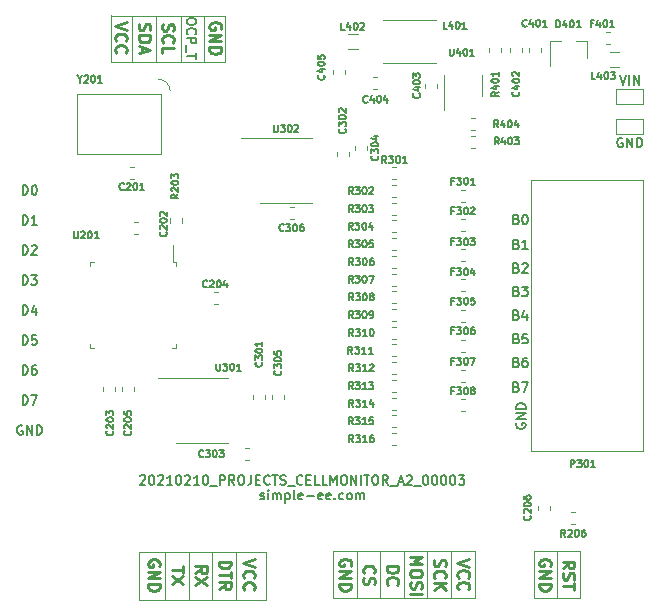
<source format=gto>
%TF.GenerationSoftware,KiCad,Pcbnew,(5.1.8)-1*%
%TF.CreationDate,2021-02-13T13:26:23-08:00*%
%TF.ProjectId,20200103_8SBMS_A0,32303230-3031-4303-935f-3853424d535f,rev?*%
%TF.SameCoordinates,PXb061cf0PYa92e8c0*%
%TF.FileFunction,Legend,Top*%
%TF.FilePolarity,Positive*%
%FSLAX46Y46*%
G04 Gerber Fmt 4.6, Leading zero omitted, Abs format (unit mm)*
G04 Created by KiCad (PCBNEW (5.1.8)-1) date 2021-02-13 13:26:23*
%MOMM*%
%LPD*%
G01*
G04 APERTURE LIST*
%ADD10C,0.120000*%
%ADD11C,0.200000*%
%ADD12C,0.250000*%
%ADD13C,0.150000*%
G04 APERTURE END LIST*
D10*
X18600000Y45700000D02*
X18600000Y49600000D01*
D11*
X17938095Y49185715D02*
X17938095Y49033334D01*
X17900000Y48957143D01*
X17823809Y48880953D01*
X17671428Y48842858D01*
X17404761Y48842858D01*
X17252380Y48880953D01*
X17176190Y48957143D01*
X17138095Y49033334D01*
X17138095Y49185715D01*
X17176190Y49261905D01*
X17252380Y49338096D01*
X17404761Y49376191D01*
X17671428Y49376191D01*
X17823809Y49338096D01*
X17900000Y49261905D01*
X17938095Y49185715D01*
X17214285Y48042858D02*
X17176190Y48080953D01*
X17138095Y48195239D01*
X17138095Y48271429D01*
X17176190Y48385715D01*
X17252380Y48461905D01*
X17328571Y48500000D01*
X17480952Y48538096D01*
X17595238Y48538096D01*
X17747619Y48500000D01*
X17823809Y48461905D01*
X17900000Y48385715D01*
X17938095Y48271429D01*
X17938095Y48195239D01*
X17900000Y48080953D01*
X17861904Y48042858D01*
X17138095Y47700000D02*
X17938095Y47700000D01*
X17938095Y47395239D01*
X17900000Y47319048D01*
X17861904Y47280953D01*
X17785714Y47242858D01*
X17671428Y47242858D01*
X17595238Y47280953D01*
X17557142Y47319048D01*
X17519047Y47395239D01*
X17519047Y47700000D01*
X17061904Y47090477D02*
X17061904Y46480953D01*
X17938095Y46404762D02*
X17938095Y45947620D01*
X17138095Y46176191D02*
X17938095Y46176191D01*
D10*
X46500000Y4250000D02*
X50400000Y4250000D01*
X46500000Y250000D02*
X50400000Y250000D01*
X50400000Y4250000D02*
X50400000Y250000D01*
X46500000Y4250000D02*
X46500000Y250000D01*
X48500000Y4250000D02*
X48500000Y250000D01*
D12*
X47900000Y3011905D02*
X47947619Y3107143D01*
X47947619Y3250000D01*
X47900000Y3392858D01*
X47804761Y3488096D01*
X47709523Y3535715D01*
X47519047Y3583334D01*
X47376190Y3583334D01*
X47185714Y3535715D01*
X47090476Y3488096D01*
X46995238Y3392858D01*
X46947619Y3250000D01*
X46947619Y3154762D01*
X46995238Y3011905D01*
X47042857Y2964286D01*
X47376190Y2964286D01*
X47376190Y3154762D01*
X46947619Y2535715D02*
X47947619Y2535715D01*
X46947619Y1964286D01*
X47947619Y1964286D01*
X46947619Y1488096D02*
X47947619Y1488096D01*
X47947619Y1250000D01*
X47900000Y1107143D01*
X47804761Y1011905D01*
X47709523Y964286D01*
X47519047Y916667D01*
X47376190Y916667D01*
X47185714Y964286D01*
X47090476Y1011905D01*
X46995238Y1107143D01*
X46947619Y1250000D01*
X46947619Y1488096D01*
X48947619Y2797620D02*
X49423809Y3130953D01*
X48947619Y3369048D02*
X49947619Y3369048D01*
X49947619Y2988096D01*
X49900000Y2892858D01*
X49852380Y2845239D01*
X49757142Y2797620D01*
X49614285Y2797620D01*
X49519047Y2845239D01*
X49471428Y2892858D01*
X49423809Y2988096D01*
X49423809Y3369048D01*
X48995238Y2416667D02*
X48947619Y2273810D01*
X48947619Y2035715D01*
X48995238Y1940477D01*
X49042857Y1892858D01*
X49138095Y1845239D01*
X49233333Y1845239D01*
X49328571Y1892858D01*
X49376190Y1940477D01*
X49423809Y2035715D01*
X49471428Y2226191D01*
X49519047Y2321429D01*
X49566666Y2369048D01*
X49661904Y2416667D01*
X49757142Y2416667D01*
X49852380Y2369048D01*
X49900000Y2321429D01*
X49947619Y2226191D01*
X49947619Y1988096D01*
X49900000Y1845239D01*
X49947619Y1559524D02*
X49947619Y988096D01*
X48947619Y1273810D02*
X49947619Y1273810D01*
D11*
X3200476Y14878000D02*
X3124285Y14916096D01*
X3010000Y14916096D01*
X2895714Y14878000D01*
X2819523Y14801810D01*
X2781428Y14725620D01*
X2743333Y14573239D01*
X2743333Y14458953D01*
X2781428Y14306572D01*
X2819523Y14230381D01*
X2895714Y14154191D01*
X3010000Y14116096D01*
X3086190Y14116096D01*
X3200476Y14154191D01*
X3238571Y14192286D01*
X3238571Y14458953D01*
X3086190Y14458953D01*
X3581428Y14116096D02*
X3581428Y14916096D01*
X4038571Y14116096D01*
X4038571Y14916096D01*
X4419523Y14116096D02*
X4419523Y14916096D01*
X4610000Y14916096D01*
X4724285Y14878000D01*
X4800476Y14801810D01*
X4838571Y14725620D01*
X4876666Y14573239D01*
X4876666Y14458953D01*
X4838571Y14306572D01*
X4800476Y14230381D01*
X4724285Y14154191D01*
X4610000Y14116096D01*
X4419523Y14116096D01*
X3219523Y16656096D02*
X3219523Y17456096D01*
X3410000Y17456096D01*
X3524285Y17418000D01*
X3600476Y17341810D01*
X3638571Y17265620D01*
X3676666Y17113239D01*
X3676666Y16998953D01*
X3638571Y16846572D01*
X3600476Y16770381D01*
X3524285Y16694191D01*
X3410000Y16656096D01*
X3219523Y16656096D01*
X3943333Y17456096D02*
X4476666Y17456096D01*
X4133809Y16656096D01*
X3219523Y19196096D02*
X3219523Y19996096D01*
X3410000Y19996096D01*
X3524285Y19958000D01*
X3600476Y19881810D01*
X3638571Y19805620D01*
X3676666Y19653239D01*
X3676666Y19538953D01*
X3638571Y19386572D01*
X3600476Y19310381D01*
X3524285Y19234191D01*
X3410000Y19196096D01*
X3219523Y19196096D01*
X4362380Y19996096D02*
X4210000Y19996096D01*
X4133809Y19958000D01*
X4095714Y19919905D01*
X4019523Y19805620D01*
X3981428Y19653239D01*
X3981428Y19348477D01*
X4019523Y19272286D01*
X4057619Y19234191D01*
X4133809Y19196096D01*
X4286190Y19196096D01*
X4362380Y19234191D01*
X4400476Y19272286D01*
X4438571Y19348477D01*
X4438571Y19538953D01*
X4400476Y19615143D01*
X4362380Y19653239D01*
X4286190Y19691334D01*
X4133809Y19691334D01*
X4057619Y19653239D01*
X4019523Y19615143D01*
X3981428Y19538953D01*
X3219523Y21736096D02*
X3219523Y22536096D01*
X3410000Y22536096D01*
X3524285Y22498000D01*
X3600476Y22421810D01*
X3638571Y22345620D01*
X3676666Y22193239D01*
X3676666Y22078953D01*
X3638571Y21926572D01*
X3600476Y21850381D01*
X3524285Y21774191D01*
X3410000Y21736096D01*
X3219523Y21736096D01*
X4400476Y22536096D02*
X4019523Y22536096D01*
X3981428Y22155143D01*
X4019523Y22193239D01*
X4095714Y22231334D01*
X4286190Y22231334D01*
X4362380Y22193239D01*
X4400476Y22155143D01*
X4438571Y22078953D01*
X4438571Y21888477D01*
X4400476Y21812286D01*
X4362380Y21774191D01*
X4286190Y21736096D01*
X4095714Y21736096D01*
X4019523Y21774191D01*
X3981428Y21812286D01*
X3219523Y24276096D02*
X3219523Y25076096D01*
X3410000Y25076096D01*
X3524285Y25038000D01*
X3600476Y24961810D01*
X3638571Y24885620D01*
X3676666Y24733239D01*
X3676666Y24618953D01*
X3638571Y24466572D01*
X3600476Y24390381D01*
X3524285Y24314191D01*
X3410000Y24276096D01*
X3219523Y24276096D01*
X4362380Y24809429D02*
X4362380Y24276096D01*
X4171904Y25114191D02*
X3981428Y24542762D01*
X4476666Y24542762D01*
X3219523Y26816096D02*
X3219523Y27616096D01*
X3410000Y27616096D01*
X3524285Y27578000D01*
X3600476Y27501810D01*
X3638571Y27425620D01*
X3676666Y27273239D01*
X3676666Y27158953D01*
X3638571Y27006572D01*
X3600476Y26930381D01*
X3524285Y26854191D01*
X3410000Y26816096D01*
X3219523Y26816096D01*
X3943333Y27616096D02*
X4438571Y27616096D01*
X4171904Y27311334D01*
X4286190Y27311334D01*
X4362380Y27273239D01*
X4400476Y27235143D01*
X4438571Y27158953D01*
X4438571Y26968477D01*
X4400476Y26892286D01*
X4362380Y26854191D01*
X4286190Y26816096D01*
X4057619Y26816096D01*
X3981428Y26854191D01*
X3943333Y26892286D01*
X3219523Y29356096D02*
X3219523Y30156096D01*
X3410000Y30156096D01*
X3524285Y30118000D01*
X3600476Y30041810D01*
X3638571Y29965620D01*
X3676666Y29813239D01*
X3676666Y29698953D01*
X3638571Y29546572D01*
X3600476Y29470381D01*
X3524285Y29394191D01*
X3410000Y29356096D01*
X3219523Y29356096D01*
X3981428Y30079905D02*
X4019523Y30118000D01*
X4095714Y30156096D01*
X4286190Y30156096D01*
X4362380Y30118000D01*
X4400476Y30079905D01*
X4438571Y30003715D01*
X4438571Y29927524D01*
X4400476Y29813239D01*
X3943333Y29356096D01*
X4438571Y29356096D01*
X3219523Y31896096D02*
X3219523Y32696096D01*
X3410000Y32696096D01*
X3524285Y32658000D01*
X3600476Y32581810D01*
X3638571Y32505620D01*
X3676666Y32353239D01*
X3676666Y32238953D01*
X3638571Y32086572D01*
X3600476Y32010381D01*
X3524285Y31934191D01*
X3410000Y31896096D01*
X3219523Y31896096D01*
X4438571Y31896096D02*
X3981428Y31896096D01*
X4210000Y31896096D02*
X4210000Y32696096D01*
X4133809Y32581810D01*
X4057619Y32505620D01*
X3981428Y32467524D01*
X3219523Y34436096D02*
X3219523Y35236096D01*
X3410000Y35236096D01*
X3524285Y35198000D01*
X3600476Y35121810D01*
X3638571Y35045620D01*
X3676666Y34893239D01*
X3676666Y34778953D01*
X3638571Y34626572D01*
X3600476Y34550381D01*
X3524285Y34474191D01*
X3410000Y34436096D01*
X3219523Y34436096D01*
X4171904Y35236096D02*
X4248095Y35236096D01*
X4324285Y35198000D01*
X4362380Y35159905D01*
X4400476Y35083715D01*
X4438571Y34931334D01*
X4438571Y34740858D01*
X4400476Y34588477D01*
X4362380Y34512286D01*
X4324285Y34474191D01*
X4248095Y34436096D01*
X4171904Y34436096D01*
X4095714Y34474191D01*
X4057619Y34512286D01*
X4019523Y34588477D01*
X3981428Y34740858D01*
X3981428Y34931334D01*
X4019523Y35083715D01*
X4057619Y35159905D01*
X4095714Y35198000D01*
X4171904Y35236096D01*
D10*
X29500000Y4250000D02*
X41500000Y4250000D01*
X29500000Y250000D02*
X41500000Y250000D01*
X29500000Y4250000D02*
X29500000Y250000D01*
X31500000Y4250000D02*
X31500000Y250000D01*
X33500000Y4250000D02*
X33500000Y250000D01*
X35500000Y4250000D02*
X35500000Y250000D01*
X37500000Y4250000D02*
X37500000Y250000D01*
X41500000Y4250000D02*
X41500000Y250000D01*
X39500000Y4250000D02*
X39500000Y250000D01*
D12*
X31000000Y3011905D02*
X31047619Y3107143D01*
X31047619Y3250000D01*
X31000000Y3392858D01*
X30904761Y3488096D01*
X30809523Y3535715D01*
X30619047Y3583334D01*
X30476190Y3583334D01*
X30285714Y3535715D01*
X30190476Y3488096D01*
X30095238Y3392858D01*
X30047619Y3250000D01*
X30047619Y3154762D01*
X30095238Y3011905D01*
X30142857Y2964286D01*
X30476190Y2964286D01*
X30476190Y3154762D01*
X30047619Y2535715D02*
X31047619Y2535715D01*
X30047619Y1964286D01*
X31047619Y1964286D01*
X30047619Y1488096D02*
X31047619Y1488096D01*
X31047619Y1250000D01*
X31000000Y1107143D01*
X30904761Y1011905D01*
X30809523Y964286D01*
X30619047Y916667D01*
X30476190Y916667D01*
X30285714Y964286D01*
X30190476Y1011905D01*
X30095238Y1107143D01*
X30047619Y1250000D01*
X30047619Y1488096D01*
X32142857Y2391667D02*
X32095238Y2439286D01*
X32047619Y2582143D01*
X32047619Y2677381D01*
X32095238Y2820239D01*
X32190476Y2915477D01*
X32285714Y2963096D01*
X32476190Y3010715D01*
X32619047Y3010715D01*
X32809523Y2963096D01*
X32904761Y2915477D01*
X33000000Y2820239D01*
X33047619Y2677381D01*
X33047619Y2582143D01*
X33000000Y2439286D01*
X32952380Y2391667D01*
X32095238Y2010715D02*
X32047619Y1867858D01*
X32047619Y1629762D01*
X32095238Y1534524D01*
X32142857Y1486905D01*
X32238095Y1439286D01*
X32333333Y1439286D01*
X32428571Y1486905D01*
X32476190Y1534524D01*
X32523809Y1629762D01*
X32571428Y1820239D01*
X32619047Y1915477D01*
X32666666Y1963096D01*
X32761904Y2010715D01*
X32857142Y2010715D01*
X32952380Y1963096D01*
X33000000Y1915477D01*
X33047619Y1820239D01*
X33047619Y1582143D01*
X33000000Y1439286D01*
X34047619Y2986905D02*
X35047619Y2986905D01*
X35047619Y2748810D01*
X35000000Y2605953D01*
X34904761Y2510715D01*
X34809523Y2463096D01*
X34619047Y2415477D01*
X34476190Y2415477D01*
X34285714Y2463096D01*
X34190476Y2510715D01*
X34095238Y2605953D01*
X34047619Y2748810D01*
X34047619Y2986905D01*
X34142857Y1415477D02*
X34095238Y1463096D01*
X34047619Y1605953D01*
X34047619Y1701191D01*
X34095238Y1844048D01*
X34190476Y1939286D01*
X34285714Y1986905D01*
X34476190Y2034524D01*
X34619047Y2034524D01*
X34809523Y1986905D01*
X34904761Y1939286D01*
X35000000Y1844048D01*
X35047619Y1701191D01*
X35047619Y1605953D01*
X35000000Y1463096D01*
X34952380Y1415477D01*
X36047619Y3796429D02*
X37047619Y3796429D01*
X36333333Y3463096D01*
X37047619Y3129762D01*
X36047619Y3129762D01*
X37047619Y2463096D02*
X37047619Y2272620D01*
X37000000Y2177381D01*
X36904761Y2082143D01*
X36714285Y2034524D01*
X36380952Y2034524D01*
X36190476Y2082143D01*
X36095238Y2177381D01*
X36047619Y2272620D01*
X36047619Y2463096D01*
X36095238Y2558334D01*
X36190476Y2653572D01*
X36380952Y2701191D01*
X36714285Y2701191D01*
X36904761Y2653572D01*
X37000000Y2558334D01*
X37047619Y2463096D01*
X36095238Y1653572D02*
X36047619Y1510715D01*
X36047619Y1272620D01*
X36095238Y1177381D01*
X36142857Y1129762D01*
X36238095Y1082143D01*
X36333333Y1082143D01*
X36428571Y1129762D01*
X36476190Y1177381D01*
X36523809Y1272620D01*
X36571428Y1463096D01*
X36619047Y1558334D01*
X36666666Y1605953D01*
X36761904Y1653572D01*
X36857142Y1653572D01*
X36952380Y1605953D01*
X37000000Y1558334D01*
X37047619Y1463096D01*
X37047619Y1225000D01*
X37000000Y1082143D01*
X36047619Y653572D02*
X37047619Y653572D01*
X38095238Y3535715D02*
X38047619Y3392858D01*
X38047619Y3154762D01*
X38095238Y3059524D01*
X38142857Y3011905D01*
X38238095Y2964286D01*
X38333333Y2964286D01*
X38428571Y3011905D01*
X38476190Y3059524D01*
X38523809Y3154762D01*
X38571428Y3345239D01*
X38619047Y3440477D01*
X38666666Y3488096D01*
X38761904Y3535715D01*
X38857142Y3535715D01*
X38952380Y3488096D01*
X39000000Y3440477D01*
X39047619Y3345239D01*
X39047619Y3107143D01*
X39000000Y2964286D01*
X38142857Y1964286D02*
X38095238Y2011905D01*
X38047619Y2154762D01*
X38047619Y2250000D01*
X38095238Y2392858D01*
X38190476Y2488096D01*
X38285714Y2535715D01*
X38476190Y2583334D01*
X38619047Y2583334D01*
X38809523Y2535715D01*
X38904761Y2488096D01*
X39000000Y2392858D01*
X39047619Y2250000D01*
X39047619Y2154762D01*
X39000000Y2011905D01*
X38952380Y1964286D01*
X38047619Y1535715D02*
X39047619Y1535715D01*
X38047619Y964286D02*
X38619047Y1392858D01*
X39047619Y964286D02*
X38476190Y1535715D01*
X41047619Y3583334D02*
X40047619Y3250000D01*
X41047619Y2916667D01*
X40142857Y2011905D02*
X40095238Y2059524D01*
X40047619Y2202381D01*
X40047619Y2297620D01*
X40095238Y2440477D01*
X40190476Y2535715D01*
X40285714Y2583334D01*
X40476190Y2630953D01*
X40619047Y2630953D01*
X40809523Y2583334D01*
X40904761Y2535715D01*
X41000000Y2440477D01*
X41047619Y2297620D01*
X41047619Y2202381D01*
X41000000Y2059524D01*
X40952380Y2011905D01*
X40142857Y1011905D02*
X40095238Y1059524D01*
X40047619Y1202381D01*
X40047619Y1297620D01*
X40095238Y1440477D01*
X40190476Y1535715D01*
X40285714Y1583334D01*
X40476190Y1630953D01*
X40619047Y1630953D01*
X40809523Y1583334D01*
X40904761Y1535715D01*
X41000000Y1440477D01*
X41047619Y1297620D01*
X41047619Y1202381D01*
X41000000Y1059524D01*
X40952380Y1011905D01*
D11*
X53773809Y44538096D02*
X54040476Y43738096D01*
X54307142Y44538096D01*
X54573809Y43738096D02*
X54573809Y44538096D01*
X54954761Y43738096D02*
X54954761Y44538096D01*
X55411904Y43738096D01*
X55411904Y44538096D01*
X54015476Y39225000D02*
X53939285Y39263096D01*
X53825000Y39263096D01*
X53710714Y39225000D01*
X53634523Y39148810D01*
X53596428Y39072620D01*
X53558333Y38920239D01*
X53558333Y38805953D01*
X53596428Y38653572D01*
X53634523Y38577381D01*
X53710714Y38501191D01*
X53825000Y38463096D01*
X53901190Y38463096D01*
X54015476Y38501191D01*
X54053571Y38539286D01*
X54053571Y38805953D01*
X53901190Y38805953D01*
X54396428Y38463096D02*
X54396428Y39263096D01*
X54853571Y38463096D01*
X54853571Y39263096D01*
X55234523Y38463096D02*
X55234523Y39263096D01*
X55425000Y39263096D01*
X55539285Y39225000D01*
X55615476Y39148810D01*
X55653571Y39072620D01*
X55691666Y38920239D01*
X55691666Y38805953D01*
X55653571Y38653572D01*
X55615476Y38577381D01*
X55539285Y38501191D01*
X55425000Y38463096D01*
X55234523Y38463096D01*
X23330952Y8676191D02*
X23407142Y8638096D01*
X23559523Y8638096D01*
X23635714Y8676191D01*
X23673809Y8752381D01*
X23673809Y8790477D01*
X23635714Y8866667D01*
X23559523Y8904762D01*
X23445238Y8904762D01*
X23369047Y8942858D01*
X23330952Y9019048D01*
X23330952Y9057143D01*
X23369047Y9133334D01*
X23445238Y9171429D01*
X23559523Y9171429D01*
X23635714Y9133334D01*
X24016666Y8638096D02*
X24016666Y9171429D01*
X24016666Y9438096D02*
X23978571Y9400000D01*
X24016666Y9361905D01*
X24054761Y9400000D01*
X24016666Y9438096D01*
X24016666Y9361905D01*
X24397619Y8638096D02*
X24397619Y9171429D01*
X24397619Y9095239D02*
X24435714Y9133334D01*
X24511904Y9171429D01*
X24626190Y9171429D01*
X24702380Y9133334D01*
X24740476Y9057143D01*
X24740476Y8638096D01*
X24740476Y9057143D02*
X24778571Y9133334D01*
X24854761Y9171429D01*
X24969047Y9171429D01*
X25045238Y9133334D01*
X25083333Y9057143D01*
X25083333Y8638096D01*
X25464285Y9171429D02*
X25464285Y8371429D01*
X25464285Y9133334D02*
X25540476Y9171429D01*
X25692857Y9171429D01*
X25769047Y9133334D01*
X25807142Y9095239D01*
X25845238Y9019048D01*
X25845238Y8790477D01*
X25807142Y8714286D01*
X25769047Y8676191D01*
X25692857Y8638096D01*
X25540476Y8638096D01*
X25464285Y8676191D01*
X26302380Y8638096D02*
X26226190Y8676191D01*
X26188095Y8752381D01*
X26188095Y9438096D01*
X26911904Y8676191D02*
X26835714Y8638096D01*
X26683333Y8638096D01*
X26607142Y8676191D01*
X26569047Y8752381D01*
X26569047Y9057143D01*
X26607142Y9133334D01*
X26683333Y9171429D01*
X26835714Y9171429D01*
X26911904Y9133334D01*
X26950000Y9057143D01*
X26950000Y8980953D01*
X26569047Y8904762D01*
X27292857Y8942858D02*
X27902380Y8942858D01*
X28588095Y8676191D02*
X28511904Y8638096D01*
X28359523Y8638096D01*
X28283333Y8676191D01*
X28245238Y8752381D01*
X28245238Y9057143D01*
X28283333Y9133334D01*
X28359523Y9171429D01*
X28511904Y9171429D01*
X28588095Y9133334D01*
X28626190Y9057143D01*
X28626190Y8980953D01*
X28245238Y8904762D01*
X29273809Y8676191D02*
X29197619Y8638096D01*
X29045238Y8638096D01*
X28969047Y8676191D01*
X28930952Y8752381D01*
X28930952Y9057143D01*
X28969047Y9133334D01*
X29045238Y9171429D01*
X29197619Y9171429D01*
X29273809Y9133334D01*
X29311904Y9057143D01*
X29311904Y8980953D01*
X28930952Y8904762D01*
X29654761Y8714286D02*
X29692857Y8676191D01*
X29654761Y8638096D01*
X29616666Y8676191D01*
X29654761Y8714286D01*
X29654761Y8638096D01*
X30378571Y8676191D02*
X30302380Y8638096D01*
X30150000Y8638096D01*
X30073809Y8676191D01*
X30035714Y8714286D01*
X29997619Y8790477D01*
X29997619Y9019048D01*
X30035714Y9095239D01*
X30073809Y9133334D01*
X30150000Y9171429D01*
X30302380Y9171429D01*
X30378571Y9133334D01*
X30835714Y8638096D02*
X30759523Y8676191D01*
X30721428Y8714286D01*
X30683333Y8790477D01*
X30683333Y9019048D01*
X30721428Y9095239D01*
X30759523Y9133334D01*
X30835714Y9171429D01*
X30950000Y9171429D01*
X31026190Y9133334D01*
X31064285Y9095239D01*
X31102380Y9019048D01*
X31102380Y8790477D01*
X31064285Y8714286D01*
X31026190Y8676191D01*
X30950000Y8638096D01*
X30835714Y8638096D01*
X31445238Y8638096D02*
X31445238Y9171429D01*
X31445238Y9095239D02*
X31483333Y9133334D01*
X31559523Y9171429D01*
X31673809Y9171429D01*
X31750000Y9133334D01*
X31788095Y9057143D01*
X31788095Y8638096D01*
X31788095Y9057143D02*
X31826190Y9133334D01*
X31902380Y9171429D01*
X32016666Y9171429D01*
X32092857Y9133334D01*
X32130952Y9057143D01*
X32130952Y8638096D01*
X45050000Y15090477D02*
X45011904Y15014286D01*
X45011904Y14900000D01*
X45050000Y14785715D01*
X45126190Y14709524D01*
X45202380Y14671429D01*
X45354761Y14633334D01*
X45469047Y14633334D01*
X45621428Y14671429D01*
X45697619Y14709524D01*
X45773809Y14785715D01*
X45811904Y14900000D01*
X45811904Y14976191D01*
X45773809Y15090477D01*
X45735714Y15128572D01*
X45469047Y15128572D01*
X45469047Y14976191D01*
X45811904Y15471429D02*
X45011904Y15471429D01*
X45811904Y15928572D01*
X45011904Y15928572D01*
X45811904Y16309524D02*
X45011904Y16309524D01*
X45011904Y16500000D01*
X45050000Y16614286D01*
X45126190Y16690477D01*
X45202380Y16728572D01*
X45354761Y16766667D01*
X45469047Y16766667D01*
X45621428Y16728572D01*
X45697619Y16690477D01*
X45773809Y16614286D01*
X45811904Y16500000D01*
X45811904Y16309524D01*
X45026190Y18157143D02*
X45140476Y18119048D01*
X45178571Y18080953D01*
X45216666Y18004762D01*
X45216666Y17890477D01*
X45178571Y17814286D01*
X45140476Y17776191D01*
X45064285Y17738096D01*
X44759523Y17738096D01*
X44759523Y18538096D01*
X45026190Y18538096D01*
X45102380Y18500000D01*
X45140476Y18461905D01*
X45178571Y18385715D01*
X45178571Y18309524D01*
X45140476Y18233334D01*
X45102380Y18195239D01*
X45026190Y18157143D01*
X44759523Y18157143D01*
X45483333Y18538096D02*
X46016666Y18538096D01*
X45673809Y17738096D01*
X45026190Y20257143D02*
X45140476Y20219048D01*
X45178571Y20180953D01*
X45216666Y20104762D01*
X45216666Y19990477D01*
X45178571Y19914286D01*
X45140476Y19876191D01*
X45064285Y19838096D01*
X44759523Y19838096D01*
X44759523Y20638096D01*
X45026190Y20638096D01*
X45102380Y20600000D01*
X45140476Y20561905D01*
X45178571Y20485715D01*
X45178571Y20409524D01*
X45140476Y20333334D01*
X45102380Y20295239D01*
X45026190Y20257143D01*
X44759523Y20257143D01*
X45902380Y20638096D02*
X45750000Y20638096D01*
X45673809Y20600000D01*
X45635714Y20561905D01*
X45559523Y20447620D01*
X45521428Y20295239D01*
X45521428Y19990477D01*
X45559523Y19914286D01*
X45597619Y19876191D01*
X45673809Y19838096D01*
X45826190Y19838096D01*
X45902380Y19876191D01*
X45940476Y19914286D01*
X45978571Y19990477D01*
X45978571Y20180953D01*
X45940476Y20257143D01*
X45902380Y20295239D01*
X45826190Y20333334D01*
X45673809Y20333334D01*
X45597619Y20295239D01*
X45559523Y20257143D01*
X45521428Y20180953D01*
X45026190Y22257143D02*
X45140476Y22219048D01*
X45178571Y22180953D01*
X45216666Y22104762D01*
X45216666Y21990477D01*
X45178571Y21914286D01*
X45140476Y21876191D01*
X45064285Y21838096D01*
X44759523Y21838096D01*
X44759523Y22638096D01*
X45026190Y22638096D01*
X45102380Y22600000D01*
X45140476Y22561905D01*
X45178571Y22485715D01*
X45178571Y22409524D01*
X45140476Y22333334D01*
X45102380Y22295239D01*
X45026190Y22257143D01*
X44759523Y22257143D01*
X45940476Y22638096D02*
X45559523Y22638096D01*
X45521428Y22257143D01*
X45559523Y22295239D01*
X45635714Y22333334D01*
X45826190Y22333334D01*
X45902380Y22295239D01*
X45940476Y22257143D01*
X45978571Y22180953D01*
X45978571Y21990477D01*
X45940476Y21914286D01*
X45902380Y21876191D01*
X45826190Y21838096D01*
X45635714Y21838096D01*
X45559523Y21876191D01*
X45521428Y21914286D01*
X45026190Y24257143D02*
X45140476Y24219048D01*
X45178571Y24180953D01*
X45216666Y24104762D01*
X45216666Y23990477D01*
X45178571Y23914286D01*
X45140476Y23876191D01*
X45064285Y23838096D01*
X44759523Y23838096D01*
X44759523Y24638096D01*
X45026190Y24638096D01*
X45102380Y24600000D01*
X45140476Y24561905D01*
X45178571Y24485715D01*
X45178571Y24409524D01*
X45140476Y24333334D01*
X45102380Y24295239D01*
X45026190Y24257143D01*
X44759523Y24257143D01*
X45902380Y24371429D02*
X45902380Y23838096D01*
X45711904Y24676191D02*
X45521428Y24104762D01*
X46016666Y24104762D01*
X45026190Y26257143D02*
X45140476Y26219048D01*
X45178571Y26180953D01*
X45216666Y26104762D01*
X45216666Y25990477D01*
X45178571Y25914286D01*
X45140476Y25876191D01*
X45064285Y25838096D01*
X44759523Y25838096D01*
X44759523Y26638096D01*
X45026190Y26638096D01*
X45102380Y26600000D01*
X45140476Y26561905D01*
X45178571Y26485715D01*
X45178571Y26409524D01*
X45140476Y26333334D01*
X45102380Y26295239D01*
X45026190Y26257143D01*
X44759523Y26257143D01*
X45483333Y26638096D02*
X45978571Y26638096D01*
X45711904Y26333334D01*
X45826190Y26333334D01*
X45902380Y26295239D01*
X45940476Y26257143D01*
X45978571Y26180953D01*
X45978571Y25990477D01*
X45940476Y25914286D01*
X45902380Y25876191D01*
X45826190Y25838096D01*
X45597619Y25838096D01*
X45521428Y25876191D01*
X45483333Y25914286D01*
X45026190Y28257143D02*
X45140476Y28219048D01*
X45178571Y28180953D01*
X45216666Y28104762D01*
X45216666Y27990477D01*
X45178571Y27914286D01*
X45140476Y27876191D01*
X45064285Y27838096D01*
X44759523Y27838096D01*
X44759523Y28638096D01*
X45026190Y28638096D01*
X45102380Y28600000D01*
X45140476Y28561905D01*
X45178571Y28485715D01*
X45178571Y28409524D01*
X45140476Y28333334D01*
X45102380Y28295239D01*
X45026190Y28257143D01*
X44759523Y28257143D01*
X45521428Y28561905D02*
X45559523Y28600000D01*
X45635714Y28638096D01*
X45826190Y28638096D01*
X45902380Y28600000D01*
X45940476Y28561905D01*
X45978571Y28485715D01*
X45978571Y28409524D01*
X45940476Y28295239D01*
X45483333Y27838096D01*
X45978571Y27838096D01*
X45026190Y30257143D02*
X45140476Y30219048D01*
X45178571Y30180953D01*
X45216666Y30104762D01*
X45216666Y29990477D01*
X45178571Y29914286D01*
X45140476Y29876191D01*
X45064285Y29838096D01*
X44759523Y29838096D01*
X44759523Y30638096D01*
X45026190Y30638096D01*
X45102380Y30600000D01*
X45140476Y30561905D01*
X45178571Y30485715D01*
X45178571Y30409524D01*
X45140476Y30333334D01*
X45102380Y30295239D01*
X45026190Y30257143D01*
X44759523Y30257143D01*
X45978571Y29838096D02*
X45521428Y29838096D01*
X45750000Y29838096D02*
X45750000Y30638096D01*
X45673809Y30523810D01*
X45597619Y30447620D01*
X45521428Y30409524D01*
X13166666Y10611905D02*
X13204761Y10650000D01*
X13280952Y10688096D01*
X13471428Y10688096D01*
X13547619Y10650000D01*
X13585714Y10611905D01*
X13623809Y10535715D01*
X13623809Y10459524D01*
X13585714Y10345239D01*
X13128571Y9888096D01*
X13623809Y9888096D01*
X14119047Y10688096D02*
X14195238Y10688096D01*
X14271428Y10650000D01*
X14309523Y10611905D01*
X14347619Y10535715D01*
X14385714Y10383334D01*
X14385714Y10192858D01*
X14347619Y10040477D01*
X14309523Y9964286D01*
X14271428Y9926191D01*
X14195238Y9888096D01*
X14119047Y9888096D01*
X14042857Y9926191D01*
X14004761Y9964286D01*
X13966666Y10040477D01*
X13928571Y10192858D01*
X13928571Y10383334D01*
X13966666Y10535715D01*
X14004761Y10611905D01*
X14042857Y10650000D01*
X14119047Y10688096D01*
X14690476Y10611905D02*
X14728571Y10650000D01*
X14804761Y10688096D01*
X14995238Y10688096D01*
X15071428Y10650000D01*
X15109523Y10611905D01*
X15147619Y10535715D01*
X15147619Y10459524D01*
X15109523Y10345239D01*
X14652380Y9888096D01*
X15147619Y9888096D01*
X15909523Y9888096D02*
X15452380Y9888096D01*
X15680952Y9888096D02*
X15680952Y10688096D01*
X15604761Y10573810D01*
X15528571Y10497620D01*
X15452380Y10459524D01*
X16404761Y10688096D02*
X16480952Y10688096D01*
X16557142Y10650000D01*
X16595238Y10611905D01*
X16633333Y10535715D01*
X16671428Y10383334D01*
X16671428Y10192858D01*
X16633333Y10040477D01*
X16595238Y9964286D01*
X16557142Y9926191D01*
X16480952Y9888096D01*
X16404761Y9888096D01*
X16328571Y9926191D01*
X16290476Y9964286D01*
X16252380Y10040477D01*
X16214285Y10192858D01*
X16214285Y10383334D01*
X16252380Y10535715D01*
X16290476Y10611905D01*
X16328571Y10650000D01*
X16404761Y10688096D01*
X16976190Y10611905D02*
X17014285Y10650000D01*
X17090476Y10688096D01*
X17280952Y10688096D01*
X17357142Y10650000D01*
X17395238Y10611905D01*
X17433333Y10535715D01*
X17433333Y10459524D01*
X17395238Y10345239D01*
X16938095Y9888096D01*
X17433333Y9888096D01*
X18195238Y9888096D02*
X17738095Y9888096D01*
X17966666Y9888096D02*
X17966666Y10688096D01*
X17890476Y10573810D01*
X17814285Y10497620D01*
X17738095Y10459524D01*
X18690476Y10688096D02*
X18766666Y10688096D01*
X18842857Y10650000D01*
X18880952Y10611905D01*
X18919047Y10535715D01*
X18957142Y10383334D01*
X18957142Y10192858D01*
X18919047Y10040477D01*
X18880952Y9964286D01*
X18842857Y9926191D01*
X18766666Y9888096D01*
X18690476Y9888096D01*
X18614285Y9926191D01*
X18576190Y9964286D01*
X18538095Y10040477D01*
X18500000Y10192858D01*
X18500000Y10383334D01*
X18538095Y10535715D01*
X18576190Y10611905D01*
X18614285Y10650000D01*
X18690476Y10688096D01*
X19109523Y9811905D02*
X19719047Y9811905D01*
X19909523Y9888096D02*
X19909523Y10688096D01*
X20214285Y10688096D01*
X20290476Y10650000D01*
X20328571Y10611905D01*
X20366666Y10535715D01*
X20366666Y10421429D01*
X20328571Y10345239D01*
X20290476Y10307143D01*
X20214285Y10269048D01*
X19909523Y10269048D01*
X21166666Y9888096D02*
X20900000Y10269048D01*
X20709523Y9888096D02*
X20709523Y10688096D01*
X21014285Y10688096D01*
X21090476Y10650000D01*
X21128571Y10611905D01*
X21166666Y10535715D01*
X21166666Y10421429D01*
X21128571Y10345239D01*
X21090476Y10307143D01*
X21014285Y10269048D01*
X20709523Y10269048D01*
X21661904Y10688096D02*
X21814285Y10688096D01*
X21890476Y10650000D01*
X21966666Y10573810D01*
X22004761Y10421429D01*
X22004761Y10154762D01*
X21966666Y10002381D01*
X21890476Y9926191D01*
X21814285Y9888096D01*
X21661904Y9888096D01*
X21585714Y9926191D01*
X21509523Y10002381D01*
X21471428Y10154762D01*
X21471428Y10421429D01*
X21509523Y10573810D01*
X21585714Y10650000D01*
X21661904Y10688096D01*
X22576190Y10688096D02*
X22576190Y10116667D01*
X22538095Y10002381D01*
X22461904Y9926191D01*
X22347619Y9888096D01*
X22271428Y9888096D01*
X22957142Y10307143D02*
X23223809Y10307143D01*
X23338095Y9888096D02*
X22957142Y9888096D01*
X22957142Y10688096D01*
X23338095Y10688096D01*
X24138095Y9964286D02*
X24100000Y9926191D01*
X23985714Y9888096D01*
X23909523Y9888096D01*
X23795238Y9926191D01*
X23719047Y10002381D01*
X23680952Y10078572D01*
X23642857Y10230953D01*
X23642857Y10345239D01*
X23680952Y10497620D01*
X23719047Y10573810D01*
X23795238Y10650000D01*
X23909523Y10688096D01*
X23985714Y10688096D01*
X24100000Y10650000D01*
X24138095Y10611905D01*
X24366666Y10688096D02*
X24823809Y10688096D01*
X24595238Y9888096D02*
X24595238Y10688096D01*
X25052380Y9926191D02*
X25166666Y9888096D01*
X25357142Y9888096D01*
X25433333Y9926191D01*
X25471428Y9964286D01*
X25509523Y10040477D01*
X25509523Y10116667D01*
X25471428Y10192858D01*
X25433333Y10230953D01*
X25357142Y10269048D01*
X25204761Y10307143D01*
X25128571Y10345239D01*
X25090476Y10383334D01*
X25052380Y10459524D01*
X25052380Y10535715D01*
X25090476Y10611905D01*
X25128571Y10650000D01*
X25204761Y10688096D01*
X25395238Y10688096D01*
X25509523Y10650000D01*
X25661904Y9811905D02*
X26271428Y9811905D01*
X26919047Y9964286D02*
X26880952Y9926191D01*
X26766666Y9888096D01*
X26690476Y9888096D01*
X26576190Y9926191D01*
X26500000Y10002381D01*
X26461904Y10078572D01*
X26423809Y10230953D01*
X26423809Y10345239D01*
X26461904Y10497620D01*
X26500000Y10573810D01*
X26576190Y10650000D01*
X26690476Y10688096D01*
X26766666Y10688096D01*
X26880952Y10650000D01*
X26919047Y10611905D01*
X27261904Y10307143D02*
X27528571Y10307143D01*
X27642857Y9888096D02*
X27261904Y9888096D01*
X27261904Y10688096D01*
X27642857Y10688096D01*
X28366666Y9888096D02*
X27985714Y9888096D01*
X27985714Y10688096D01*
X29014285Y9888096D02*
X28633333Y9888096D01*
X28633333Y10688096D01*
X29280952Y9888096D02*
X29280952Y10688096D01*
X29547619Y10116667D01*
X29814285Y10688096D01*
X29814285Y9888096D01*
X30347619Y10688096D02*
X30500000Y10688096D01*
X30576190Y10650000D01*
X30652380Y10573810D01*
X30690476Y10421429D01*
X30690476Y10154762D01*
X30652380Y10002381D01*
X30576190Y9926191D01*
X30500000Y9888096D01*
X30347619Y9888096D01*
X30271428Y9926191D01*
X30195238Y10002381D01*
X30157142Y10154762D01*
X30157142Y10421429D01*
X30195238Y10573810D01*
X30271428Y10650000D01*
X30347619Y10688096D01*
X31033333Y9888096D02*
X31033333Y10688096D01*
X31490476Y9888096D01*
X31490476Y10688096D01*
X31871428Y9888096D02*
X31871428Y10688096D01*
X32138095Y10688096D02*
X32595238Y10688096D01*
X32366666Y9888096D02*
X32366666Y10688096D01*
X33014285Y10688096D02*
X33166666Y10688096D01*
X33242857Y10650000D01*
X33319047Y10573810D01*
X33357142Y10421429D01*
X33357142Y10154762D01*
X33319047Y10002381D01*
X33242857Y9926191D01*
X33166666Y9888096D01*
X33014285Y9888096D01*
X32938095Y9926191D01*
X32861904Y10002381D01*
X32823809Y10154762D01*
X32823809Y10421429D01*
X32861904Y10573810D01*
X32938095Y10650000D01*
X33014285Y10688096D01*
X34157142Y9888096D02*
X33890476Y10269048D01*
X33700000Y9888096D02*
X33700000Y10688096D01*
X34004761Y10688096D01*
X34080952Y10650000D01*
X34119047Y10611905D01*
X34157142Y10535715D01*
X34157142Y10421429D01*
X34119047Y10345239D01*
X34080952Y10307143D01*
X34004761Y10269048D01*
X33700000Y10269048D01*
X34309523Y9811905D02*
X34919047Y9811905D01*
X35071428Y10116667D02*
X35452380Y10116667D01*
X34995238Y9888096D02*
X35261904Y10688096D01*
X35528571Y9888096D01*
X35757142Y10611905D02*
X35795238Y10650000D01*
X35871428Y10688096D01*
X36061904Y10688096D01*
X36138095Y10650000D01*
X36176190Y10611905D01*
X36214285Y10535715D01*
X36214285Y10459524D01*
X36176190Y10345239D01*
X35719047Y9888096D01*
X36214285Y9888096D01*
X36366666Y9811905D02*
X36976190Y9811905D01*
X37319047Y10688096D02*
X37395238Y10688096D01*
X37471428Y10650000D01*
X37509523Y10611905D01*
X37547619Y10535715D01*
X37585714Y10383334D01*
X37585714Y10192858D01*
X37547619Y10040477D01*
X37509523Y9964286D01*
X37471428Y9926191D01*
X37395238Y9888096D01*
X37319047Y9888096D01*
X37242857Y9926191D01*
X37204761Y9964286D01*
X37166666Y10040477D01*
X37128571Y10192858D01*
X37128571Y10383334D01*
X37166666Y10535715D01*
X37204761Y10611905D01*
X37242857Y10650000D01*
X37319047Y10688096D01*
X38080952Y10688096D02*
X38157142Y10688096D01*
X38233333Y10650000D01*
X38271428Y10611905D01*
X38309523Y10535715D01*
X38347619Y10383334D01*
X38347619Y10192858D01*
X38309523Y10040477D01*
X38271428Y9964286D01*
X38233333Y9926191D01*
X38157142Y9888096D01*
X38080952Y9888096D01*
X38004761Y9926191D01*
X37966666Y9964286D01*
X37928571Y10040477D01*
X37890476Y10192858D01*
X37890476Y10383334D01*
X37928571Y10535715D01*
X37966666Y10611905D01*
X38004761Y10650000D01*
X38080952Y10688096D01*
X38842857Y10688096D02*
X38919047Y10688096D01*
X38995238Y10650000D01*
X39033333Y10611905D01*
X39071428Y10535715D01*
X39109523Y10383334D01*
X39109523Y10192858D01*
X39071428Y10040477D01*
X39033333Y9964286D01*
X38995238Y9926191D01*
X38919047Y9888096D01*
X38842857Y9888096D01*
X38766666Y9926191D01*
X38728571Y9964286D01*
X38690476Y10040477D01*
X38652380Y10192858D01*
X38652380Y10383334D01*
X38690476Y10535715D01*
X38728571Y10611905D01*
X38766666Y10650000D01*
X38842857Y10688096D01*
X39604761Y10688096D02*
X39680952Y10688096D01*
X39757142Y10650000D01*
X39795238Y10611905D01*
X39833333Y10535715D01*
X39871428Y10383334D01*
X39871428Y10192858D01*
X39833333Y10040477D01*
X39795238Y9964286D01*
X39757142Y9926191D01*
X39680952Y9888096D01*
X39604761Y9888096D01*
X39528571Y9926191D01*
X39490476Y9964286D01*
X39452380Y10040477D01*
X39414285Y10192858D01*
X39414285Y10383334D01*
X39452380Y10535715D01*
X39490476Y10611905D01*
X39528571Y10650000D01*
X39604761Y10688096D01*
X40138095Y10688096D02*
X40633333Y10688096D01*
X40366666Y10383334D01*
X40480952Y10383334D01*
X40557142Y10345239D01*
X40595238Y10307143D01*
X40633333Y10230953D01*
X40633333Y10040477D01*
X40595238Y9964286D01*
X40557142Y9926191D01*
X40480952Y9888096D01*
X40252380Y9888096D01*
X40176190Y9926191D01*
X40138095Y9964286D01*
X45026190Y32357143D02*
X45140476Y32319048D01*
X45178571Y32280953D01*
X45216666Y32204762D01*
X45216666Y32090477D01*
X45178571Y32014286D01*
X45140476Y31976191D01*
X45064285Y31938096D01*
X44759523Y31938096D01*
X44759523Y32738096D01*
X45026190Y32738096D01*
X45102380Y32700000D01*
X45140476Y32661905D01*
X45178571Y32585715D01*
X45178571Y32509524D01*
X45140476Y32433334D01*
X45102380Y32395239D01*
X45026190Y32357143D01*
X44759523Y32357143D01*
X45711904Y32738096D02*
X45788095Y32738096D01*
X45864285Y32700000D01*
X45902380Y32661905D01*
X45940476Y32585715D01*
X45978571Y32433334D01*
X45978571Y32242858D01*
X45940476Y32090477D01*
X45902380Y32014286D01*
X45864285Y31976191D01*
X45788095Y31938096D01*
X45711904Y31938096D01*
X45635714Y31976191D01*
X45597619Y32014286D01*
X45559523Y32090477D01*
X45521428Y32242858D01*
X45521428Y32433334D01*
X45559523Y32585715D01*
X45597619Y32661905D01*
X45635714Y32700000D01*
X45711904Y32738096D01*
D10*
X12500000Y45700000D02*
X12500000Y49600000D01*
X14500000Y45700000D02*
X14500000Y49600000D01*
X20400000Y45700000D02*
X20400000Y49600000D01*
X20400000Y49600000D02*
X10700000Y49600000D01*
X16600000Y45700000D02*
X16600000Y49600000D01*
X10700000Y45700000D02*
X20400000Y45700000D01*
X10700000Y49650000D02*
X10700000Y45700000D01*
D12*
X20000000Y48461905D02*
X20047619Y48557143D01*
X20047619Y48700000D01*
X20000000Y48842858D01*
X19904761Y48938096D01*
X19809523Y48985715D01*
X19619047Y49033334D01*
X19476190Y49033334D01*
X19285714Y48985715D01*
X19190476Y48938096D01*
X19095238Y48842858D01*
X19047619Y48700000D01*
X19047619Y48604762D01*
X19095238Y48461905D01*
X19142857Y48414286D01*
X19476190Y48414286D01*
X19476190Y48604762D01*
X19047619Y47985715D02*
X20047619Y47985715D01*
X19047619Y47414286D01*
X20047619Y47414286D01*
X19047619Y46938096D02*
X20047619Y46938096D01*
X20047619Y46700000D01*
X20000000Y46557143D01*
X19904761Y46461905D01*
X19809523Y46414286D01*
X19619047Y46366667D01*
X19476190Y46366667D01*
X19285714Y46414286D01*
X19190476Y46461905D01*
X19095238Y46557143D01*
X19047619Y46700000D01*
X19047619Y46938096D01*
X15095238Y48890477D02*
X15047619Y48747620D01*
X15047619Y48509524D01*
X15095238Y48414286D01*
X15142857Y48366667D01*
X15238095Y48319048D01*
X15333333Y48319048D01*
X15428571Y48366667D01*
X15476190Y48414286D01*
X15523809Y48509524D01*
X15571428Y48700000D01*
X15619047Y48795239D01*
X15666666Y48842858D01*
X15761904Y48890477D01*
X15857142Y48890477D01*
X15952380Y48842858D01*
X16000000Y48795239D01*
X16047619Y48700000D01*
X16047619Y48461905D01*
X16000000Y48319048D01*
X15142857Y47319048D02*
X15095238Y47366667D01*
X15047619Y47509524D01*
X15047619Y47604762D01*
X15095238Y47747620D01*
X15190476Y47842858D01*
X15285714Y47890477D01*
X15476190Y47938096D01*
X15619047Y47938096D01*
X15809523Y47890477D01*
X15904761Y47842858D01*
X16000000Y47747620D01*
X16047619Y47604762D01*
X16047619Y47509524D01*
X16000000Y47366667D01*
X15952380Y47319048D01*
X15047619Y46414286D02*
X15047619Y46890477D01*
X16047619Y46890477D01*
X13095238Y48914286D02*
X13047619Y48771429D01*
X13047619Y48533334D01*
X13095238Y48438096D01*
X13142857Y48390477D01*
X13238095Y48342858D01*
X13333333Y48342858D01*
X13428571Y48390477D01*
X13476190Y48438096D01*
X13523809Y48533334D01*
X13571428Y48723810D01*
X13619047Y48819048D01*
X13666666Y48866667D01*
X13761904Y48914286D01*
X13857142Y48914286D01*
X13952380Y48866667D01*
X14000000Y48819048D01*
X14047619Y48723810D01*
X14047619Y48485715D01*
X14000000Y48342858D01*
X13047619Y47914286D02*
X14047619Y47914286D01*
X14047619Y47676191D01*
X14000000Y47533334D01*
X13904761Y47438096D01*
X13809523Y47390477D01*
X13619047Y47342858D01*
X13476190Y47342858D01*
X13285714Y47390477D01*
X13190476Y47438096D01*
X13095238Y47533334D01*
X13047619Y47676191D01*
X13047619Y47914286D01*
X13333333Y46961905D02*
X13333333Y46485715D01*
X13047619Y47057143D02*
X14047619Y46723810D01*
X13047619Y46390477D01*
X12047619Y49033334D02*
X11047619Y48700000D01*
X12047619Y48366667D01*
X11142857Y47461905D02*
X11095238Y47509524D01*
X11047619Y47652381D01*
X11047619Y47747620D01*
X11095238Y47890477D01*
X11190476Y47985715D01*
X11285714Y48033334D01*
X11476190Y48080953D01*
X11619047Y48080953D01*
X11809523Y48033334D01*
X11904761Y47985715D01*
X12000000Y47890477D01*
X12047619Y47747620D01*
X12047619Y47652381D01*
X12000000Y47509524D01*
X11952380Y47461905D01*
X11142857Y46461905D02*
X11095238Y46509524D01*
X11047619Y46652381D01*
X11047619Y46747620D01*
X11095238Y46890477D01*
X11190476Y46985715D01*
X11285714Y47033334D01*
X11476190Y47080953D01*
X11619047Y47080953D01*
X11809523Y47033334D01*
X11904761Y46985715D01*
X12000000Y46890477D01*
X12047619Y46747620D01*
X12047619Y46652381D01*
X12000000Y46509524D01*
X11952380Y46461905D01*
D10*
X21300000Y4150000D02*
X21300000Y150000D01*
X19300000Y4150000D02*
X19300000Y150000D01*
X17300000Y4150000D02*
X17300000Y150000D01*
X15300000Y150000D02*
X23800000Y150000D01*
X15300000Y150000D02*
X13050000Y150000D01*
X15300000Y4150000D02*
X15300000Y150000D01*
X13050000Y4150000D02*
X13050000Y150000D01*
X23800000Y4150000D02*
X13050000Y4150000D01*
X23800000Y150000D02*
X23800000Y4150000D01*
D12*
X14800000Y2986905D02*
X14847619Y3082143D01*
X14847619Y3225000D01*
X14800000Y3367858D01*
X14704761Y3463096D01*
X14609523Y3510715D01*
X14419047Y3558334D01*
X14276190Y3558334D01*
X14085714Y3510715D01*
X13990476Y3463096D01*
X13895238Y3367858D01*
X13847619Y3225000D01*
X13847619Y3129762D01*
X13895238Y2986905D01*
X13942857Y2939286D01*
X14276190Y2939286D01*
X14276190Y3129762D01*
X13847619Y2510715D02*
X14847619Y2510715D01*
X13847619Y1939286D01*
X14847619Y1939286D01*
X13847619Y1463096D02*
X14847619Y1463096D01*
X14847619Y1225000D01*
X14800000Y1082143D01*
X14704761Y986905D01*
X14609523Y939286D01*
X14419047Y891667D01*
X14276190Y891667D01*
X14085714Y939286D01*
X13990476Y986905D01*
X13895238Y1082143D01*
X13847619Y1225000D01*
X13847619Y1463096D01*
X16847619Y2986905D02*
X16847619Y2415477D01*
X15847619Y2701191D02*
X16847619Y2701191D01*
X16847619Y2177381D02*
X15847619Y1510715D01*
X16847619Y1510715D02*
X15847619Y2177381D01*
X17847619Y2391667D02*
X18323809Y2725000D01*
X17847619Y2963096D02*
X18847619Y2963096D01*
X18847619Y2582143D01*
X18800000Y2486905D01*
X18752380Y2439286D01*
X18657142Y2391667D01*
X18514285Y2391667D01*
X18419047Y2439286D01*
X18371428Y2486905D01*
X18323809Y2582143D01*
X18323809Y2963096D01*
X18847619Y2058334D02*
X17847619Y1391667D01*
X18847619Y1391667D02*
X17847619Y2058334D01*
X19847619Y3367858D02*
X20847619Y3367858D01*
X20847619Y3129762D01*
X20800000Y2986905D01*
X20704761Y2891667D01*
X20609523Y2844048D01*
X20419047Y2796429D01*
X20276190Y2796429D01*
X20085714Y2844048D01*
X19990476Y2891667D01*
X19895238Y2986905D01*
X19847619Y3129762D01*
X19847619Y3367858D01*
X20847619Y2510715D02*
X20847619Y1939286D01*
X19847619Y2225000D02*
X20847619Y2225000D01*
X19847619Y1034524D02*
X20323809Y1367858D01*
X19847619Y1605953D02*
X20847619Y1605953D01*
X20847619Y1225000D01*
X20800000Y1129762D01*
X20752380Y1082143D01*
X20657142Y1034524D01*
X20514285Y1034524D01*
X20419047Y1082143D01*
X20371428Y1129762D01*
X20323809Y1225000D01*
X20323809Y1605953D01*
X22897619Y3558334D02*
X21897619Y3225000D01*
X22897619Y2891667D01*
X21992857Y1986905D02*
X21945238Y2034524D01*
X21897619Y2177381D01*
X21897619Y2272620D01*
X21945238Y2415477D01*
X22040476Y2510715D01*
X22135714Y2558334D01*
X22326190Y2605953D01*
X22469047Y2605953D01*
X22659523Y2558334D01*
X22754761Y2510715D01*
X22850000Y2415477D01*
X22897619Y2272620D01*
X22897619Y2177381D01*
X22850000Y2034524D01*
X22802380Y1986905D01*
X21992857Y986905D02*
X21945238Y1034524D01*
X21897619Y1177381D01*
X21897619Y1272620D01*
X21945238Y1415477D01*
X22040476Y1510715D01*
X22135714Y1558334D01*
X22326190Y1605953D01*
X22469047Y1605953D01*
X22659523Y1558334D01*
X22754761Y1510715D01*
X22850000Y1415477D01*
X22897619Y1272620D01*
X22897619Y1177381D01*
X22850000Y1034524D01*
X22802380Y986905D01*
D10*
X55750000Y25700000D02*
X55750000Y12700000D01*
X55750000Y12700000D02*
X46250000Y12700000D01*
X46250000Y12700000D02*
X46250000Y35700000D01*
X46250000Y25700000D02*
X46250000Y25700000D01*
X55750000Y35700000D02*
X55750000Y25700000D01*
X46250000Y35700000D02*
X55750000Y35700000D01*
X38200000Y45580000D02*
X33700000Y45580000D01*
X38200000Y49220000D02*
X33700000Y49220000D01*
X21750000Y39275000D02*
X27725000Y39275000D01*
X23325000Y33750000D02*
X27725000Y33750000D01*
X12641267Y35790000D02*
X12298733Y35790000D01*
X12641267Y36810000D02*
X12298733Y36810000D01*
X13021267Y31140000D02*
X12678733Y31140000D01*
X13021267Y32160000D02*
X12678733Y32160000D01*
X11060000Y18171267D02*
X11060000Y17828733D01*
X10040000Y18171267D02*
X10040000Y17828733D01*
X19403733Y26185000D02*
X19746267Y26185000D01*
X19403733Y25165000D02*
X19746267Y25165000D01*
X11640000Y18171267D02*
X11640000Y17828733D01*
X12660000Y18171267D02*
X12660000Y17828733D01*
X23760000Y17128733D02*
X23760000Y17471267D01*
X22740000Y17128733D02*
X22740000Y17471267D01*
X29815000Y37728733D02*
X29815000Y38071267D01*
X30835000Y37728733D02*
X30835000Y38071267D01*
X22421267Y11990000D02*
X22078733Y11990000D01*
X22421267Y13010000D02*
X22078733Y13010000D01*
X31365000Y38228733D02*
X31365000Y38571267D01*
X32385000Y38228733D02*
X32385000Y38571267D01*
X25360000Y17128733D02*
X25360000Y17471267D01*
X24340000Y17128733D02*
X24340000Y17471267D01*
X26171267Y33360000D02*
X25828733Y33360000D01*
X26171267Y32340000D02*
X25828733Y32340000D01*
X46115000Y46871267D02*
X46115000Y46528733D01*
X47135000Y46871267D02*
X47135000Y46528733D01*
X44515000Y46871267D02*
X44515000Y46528733D01*
X45535000Y46871267D02*
X45535000Y46528733D01*
X37290000Y43846267D02*
X37290000Y43503733D01*
X38310000Y43846267D02*
X38310000Y43503733D01*
X51005000Y47460000D02*
X50075000Y47460000D01*
X47845000Y47460000D02*
X48775000Y47460000D01*
X47845000Y47460000D02*
X47845000Y45300000D01*
X51005000Y47460000D02*
X51005000Y46000000D01*
X40662779Y33840000D02*
X40337221Y33840000D01*
X40662779Y34860000D02*
X40337221Y34860000D01*
X40662779Y31340000D02*
X40337221Y31340000D01*
X40662779Y32360000D02*
X40337221Y32360000D01*
X40662779Y29810000D02*
X40337221Y29810000D01*
X40662779Y28790000D02*
X40337221Y28790000D01*
X40662779Y26240000D02*
X40337221Y26240000D01*
X40662779Y27260000D02*
X40337221Y27260000D01*
X40662779Y24710000D02*
X40337221Y24710000D01*
X40662779Y23690000D02*
X40337221Y23690000D01*
X40662779Y21140000D02*
X40337221Y21140000D01*
X40662779Y22160000D02*
X40337221Y22160000D01*
X40662779Y19610000D02*
X40337221Y19610000D01*
X40662779Y18590000D02*
X40337221Y18590000D01*
X40662779Y16090000D02*
X40337221Y16090000D01*
X40662779Y17110000D02*
X40337221Y17110000D01*
X52612221Y47165000D02*
X52937779Y47165000D01*
X52612221Y48185000D02*
X52937779Y48185000D01*
X16710000Y32421267D02*
X16710000Y32078733D01*
X15690000Y32421267D02*
X15690000Y32078733D01*
X34528733Y35260000D02*
X34871267Y35260000D01*
X34528733Y34240000D02*
X34871267Y34240000D01*
X34528733Y32260000D02*
X34871267Y32260000D01*
X34528733Y31240000D02*
X34871267Y31240000D01*
X34528733Y28240000D02*
X34871267Y28240000D01*
X34528733Y29260000D02*
X34871267Y29260000D01*
X34528733Y26260000D02*
X34871267Y26260000D01*
X34528733Y25240000D02*
X34871267Y25240000D01*
X34528733Y22240000D02*
X34871267Y22240000D01*
X34528733Y23260000D02*
X34871267Y23260000D01*
X34528733Y20260000D02*
X34871267Y20260000D01*
X34528733Y19240000D02*
X34871267Y19240000D01*
X34528733Y16240000D02*
X34871267Y16240000D01*
X34528733Y17260000D02*
X34871267Y17260000D01*
X34528733Y14260000D02*
X34871267Y14260000D01*
X34528733Y13240000D02*
X34871267Y13240000D01*
X42690000Y46871267D02*
X42690000Y46528733D01*
X43710000Y46871267D02*
X43710000Y46528733D01*
X41546267Y40960000D02*
X41203733Y40960000D01*
X41546267Y39940000D02*
X41203733Y39940000D01*
X16175000Y28725000D02*
X15950000Y28725000D01*
X16175000Y21475000D02*
X15850000Y21475000D01*
X8925000Y21475000D02*
X9250000Y21475000D01*
X8925000Y28725000D02*
X9250000Y28725000D01*
X16175000Y28725000D02*
X16175000Y28400000D01*
X8925000Y28725000D02*
X8925000Y28400000D01*
X8925000Y21475000D02*
X8925000Y21800000D01*
X16175000Y21475000D02*
X16175000Y21800000D01*
X15950000Y28725000D02*
X15950000Y30150000D01*
X16250000Y13375000D02*
X20650000Y13375000D01*
X14675000Y18900000D02*
X20650000Y18900000D01*
X42110000Y42775000D02*
X42110000Y44575000D01*
X38890000Y44575000D02*
X38890000Y41625000D01*
X14956000Y37870000D02*
X14956000Y42950000D01*
X14956000Y42950000D02*
X7844000Y42950000D01*
X7844000Y42950000D02*
X7844000Y37870000D01*
X7844000Y37870000D02*
X14956000Y37870000D01*
X14702000Y44220000D02*
G75*
G02*
X15718000Y43204000I0J-1016000D01*
G01*
X34871267Y35740000D02*
X34528733Y35740000D01*
X34871267Y36760000D02*
X34528733Y36760000D01*
X34871267Y33760000D02*
X34528733Y33760000D01*
X34871267Y32740000D02*
X34528733Y32740000D01*
X34871267Y30760000D02*
X34528733Y30760000D01*
X34871267Y29740000D02*
X34528733Y29740000D01*
X34871267Y26740000D02*
X34528733Y26740000D01*
X34871267Y27760000D02*
X34528733Y27760000D01*
X34871267Y24760000D02*
X34528733Y24760000D01*
X34871267Y23740000D02*
X34528733Y23740000D01*
X34871267Y21760000D02*
X34528733Y21760000D01*
X34871267Y20740000D02*
X34528733Y20740000D01*
X34871267Y17740000D02*
X34528733Y17740000D01*
X34871267Y18760000D02*
X34528733Y18760000D01*
X34871267Y15760000D02*
X34528733Y15760000D01*
X34871267Y14740000D02*
X34528733Y14740000D01*
X33271267Y44435000D02*
X32928733Y44435000D01*
X33271267Y43415000D02*
X32928733Y43415000D01*
X30535000Y44971267D02*
X30535000Y44628733D01*
X29515000Y44971267D02*
X29515000Y44628733D01*
X31600000Y46800000D02*
X30800000Y46800000D01*
X31600000Y48000000D02*
X30800000Y48000000D01*
X41203733Y39385000D02*
X41546267Y39385000D01*
X41203733Y38365000D02*
X41546267Y38365000D01*
X52925000Y46475000D02*
X53725000Y46475000D01*
X52925000Y45275000D02*
X53725000Y45275000D01*
X55768000Y43410000D02*
X53482000Y43410000D01*
X55768000Y42140000D02*
X55768000Y43410000D01*
X53482000Y42140000D02*
X55768000Y42140000D01*
X53482000Y43410000D02*
X53482000Y42140000D01*
X53482000Y40810000D02*
X53482000Y39540000D01*
X53482000Y39540000D02*
X55768000Y39540000D01*
X55768000Y39540000D02*
X55768000Y40810000D01*
X55768000Y40810000D02*
X53482000Y40810000D01*
X46890000Y7753733D02*
X46890000Y8096267D01*
X47910000Y7753733D02*
X47910000Y8096267D01*
X49678733Y7560000D02*
X50021267Y7560000D01*
X49678733Y6540000D02*
X50021267Y6540000D01*
D13*
X49635714Y11378572D02*
X49635714Y11978572D01*
X49864285Y11978572D01*
X49921428Y11950000D01*
X49950000Y11921429D01*
X49978571Y11864286D01*
X49978571Y11778572D01*
X49950000Y11721429D01*
X49921428Y11692858D01*
X49864285Y11664286D01*
X49635714Y11664286D01*
X50178571Y11978572D02*
X50550000Y11978572D01*
X50350000Y11750000D01*
X50435714Y11750000D01*
X50492857Y11721429D01*
X50521428Y11692858D01*
X50550000Y11635715D01*
X50550000Y11492858D01*
X50521428Y11435715D01*
X50492857Y11407143D01*
X50435714Y11378572D01*
X50264285Y11378572D01*
X50207142Y11407143D01*
X50178571Y11435715D01*
X50921428Y11978572D02*
X50978571Y11978572D01*
X51035714Y11950000D01*
X51064285Y11921429D01*
X51092857Y11864286D01*
X51121428Y11750000D01*
X51121428Y11607143D01*
X51092857Y11492858D01*
X51064285Y11435715D01*
X51035714Y11407143D01*
X50978571Y11378572D01*
X50921428Y11378572D01*
X50864285Y11407143D01*
X50835714Y11435715D01*
X50807142Y11492858D01*
X50778571Y11607143D01*
X50778571Y11750000D01*
X50807142Y11864286D01*
X50835714Y11921429D01*
X50864285Y11950000D01*
X50921428Y11978572D01*
X51692857Y11378572D02*
X51350000Y11378572D01*
X51521428Y11378572D02*
X51521428Y11978572D01*
X51464285Y11892858D01*
X51407142Y11835715D01*
X51350000Y11807143D01*
X39153571Y48478572D02*
X38867857Y48478572D01*
X38867857Y49078572D01*
X39610714Y48878572D02*
X39610714Y48478572D01*
X39467857Y49107143D02*
X39325000Y48678572D01*
X39696428Y48678572D01*
X40039285Y49078572D02*
X40096428Y49078572D01*
X40153571Y49050000D01*
X40182142Y49021429D01*
X40210714Y48964286D01*
X40239285Y48850000D01*
X40239285Y48707143D01*
X40210714Y48592858D01*
X40182142Y48535715D01*
X40153571Y48507143D01*
X40096428Y48478572D01*
X40039285Y48478572D01*
X39982142Y48507143D01*
X39953571Y48535715D01*
X39925000Y48592858D01*
X39896428Y48707143D01*
X39896428Y48850000D01*
X39925000Y48964286D01*
X39953571Y49021429D01*
X39982142Y49050000D01*
X40039285Y49078572D01*
X40810714Y48478572D02*
X40467857Y48478572D01*
X40639285Y48478572D02*
X40639285Y49078572D01*
X40582142Y48992858D01*
X40525000Y48935715D01*
X40467857Y48907143D01*
X24496428Y40353572D02*
X24496428Y39867858D01*
X24525000Y39810715D01*
X24553571Y39782143D01*
X24610714Y39753572D01*
X24725000Y39753572D01*
X24782142Y39782143D01*
X24810714Y39810715D01*
X24839285Y39867858D01*
X24839285Y40353572D01*
X25067857Y40353572D02*
X25439285Y40353572D01*
X25239285Y40125000D01*
X25325000Y40125000D01*
X25382142Y40096429D01*
X25410714Y40067858D01*
X25439285Y40010715D01*
X25439285Y39867858D01*
X25410714Y39810715D01*
X25382142Y39782143D01*
X25325000Y39753572D01*
X25153571Y39753572D01*
X25096428Y39782143D01*
X25067857Y39810715D01*
X25810714Y40353572D02*
X25867857Y40353572D01*
X25925000Y40325000D01*
X25953571Y40296429D01*
X25982142Y40239286D01*
X26010714Y40125000D01*
X26010714Y39982143D01*
X25982142Y39867858D01*
X25953571Y39810715D01*
X25925000Y39782143D01*
X25867857Y39753572D01*
X25810714Y39753572D01*
X25753571Y39782143D01*
X25725000Y39810715D01*
X25696428Y39867858D01*
X25667857Y39982143D01*
X25667857Y40125000D01*
X25696428Y40239286D01*
X25725000Y40296429D01*
X25753571Y40325000D01*
X25810714Y40353572D01*
X26239285Y40296429D02*
X26267857Y40325000D01*
X26325000Y40353572D01*
X26467857Y40353572D01*
X26525000Y40325000D01*
X26553571Y40296429D01*
X26582142Y40239286D01*
X26582142Y40182143D01*
X26553571Y40096429D01*
X26210714Y39753572D01*
X26582142Y39753572D01*
X11798571Y34885715D02*
X11770000Y34857143D01*
X11684285Y34828572D01*
X11627142Y34828572D01*
X11541428Y34857143D01*
X11484285Y34914286D01*
X11455714Y34971429D01*
X11427142Y35085715D01*
X11427142Y35171429D01*
X11455714Y35285715D01*
X11484285Y35342858D01*
X11541428Y35400000D01*
X11627142Y35428572D01*
X11684285Y35428572D01*
X11770000Y35400000D01*
X11798571Y35371429D01*
X12027142Y35371429D02*
X12055714Y35400000D01*
X12112857Y35428572D01*
X12255714Y35428572D01*
X12312857Y35400000D01*
X12341428Y35371429D01*
X12370000Y35314286D01*
X12370000Y35257143D01*
X12341428Y35171429D01*
X11998571Y34828572D01*
X12370000Y34828572D01*
X12741428Y35428572D02*
X12798571Y35428572D01*
X12855714Y35400000D01*
X12884285Y35371429D01*
X12912857Y35314286D01*
X12941428Y35200000D01*
X12941428Y35057143D01*
X12912857Y34942858D01*
X12884285Y34885715D01*
X12855714Y34857143D01*
X12798571Y34828572D01*
X12741428Y34828572D01*
X12684285Y34857143D01*
X12655714Y34885715D01*
X12627142Y34942858D01*
X12598571Y35057143D01*
X12598571Y35200000D01*
X12627142Y35314286D01*
X12655714Y35371429D01*
X12684285Y35400000D01*
X12741428Y35428572D01*
X13512857Y34828572D02*
X13170000Y34828572D01*
X13341428Y34828572D02*
X13341428Y35428572D01*
X13284285Y35342858D01*
X13227142Y35285715D01*
X13170000Y35257143D01*
X15364285Y31278572D02*
X15392857Y31250000D01*
X15421428Y31164286D01*
X15421428Y31107143D01*
X15392857Y31021429D01*
X15335714Y30964286D01*
X15278571Y30935715D01*
X15164285Y30907143D01*
X15078571Y30907143D01*
X14964285Y30935715D01*
X14907142Y30964286D01*
X14850000Y31021429D01*
X14821428Y31107143D01*
X14821428Y31164286D01*
X14850000Y31250000D01*
X14878571Y31278572D01*
X14878571Y31507143D02*
X14850000Y31535715D01*
X14821428Y31592858D01*
X14821428Y31735715D01*
X14850000Y31792858D01*
X14878571Y31821429D01*
X14935714Y31850000D01*
X14992857Y31850000D01*
X15078571Y31821429D01*
X15421428Y31478572D01*
X15421428Y31850000D01*
X14821428Y32221429D02*
X14821428Y32278572D01*
X14850000Y32335715D01*
X14878571Y32364286D01*
X14935714Y32392858D01*
X15050000Y32421429D01*
X15192857Y32421429D01*
X15307142Y32392858D01*
X15364285Y32364286D01*
X15392857Y32335715D01*
X15421428Y32278572D01*
X15421428Y32221429D01*
X15392857Y32164286D01*
X15364285Y32135715D01*
X15307142Y32107143D01*
X15192857Y32078572D01*
X15050000Y32078572D01*
X14935714Y32107143D01*
X14878571Y32135715D01*
X14850000Y32164286D01*
X14821428Y32221429D01*
X14878571Y32650000D02*
X14850000Y32678572D01*
X14821428Y32735715D01*
X14821428Y32878572D01*
X14850000Y32935715D01*
X14878571Y32964286D01*
X14935714Y32992858D01*
X14992857Y32992858D01*
X15078571Y32964286D01*
X15421428Y32621429D01*
X15421428Y32992858D01*
X10864285Y14428572D02*
X10892857Y14400000D01*
X10921428Y14314286D01*
X10921428Y14257143D01*
X10892857Y14171429D01*
X10835714Y14114286D01*
X10778571Y14085715D01*
X10664285Y14057143D01*
X10578571Y14057143D01*
X10464285Y14085715D01*
X10407142Y14114286D01*
X10350000Y14171429D01*
X10321428Y14257143D01*
X10321428Y14314286D01*
X10350000Y14400000D01*
X10378571Y14428572D01*
X10378571Y14657143D02*
X10350000Y14685715D01*
X10321428Y14742858D01*
X10321428Y14885715D01*
X10350000Y14942858D01*
X10378571Y14971429D01*
X10435714Y15000000D01*
X10492857Y15000000D01*
X10578571Y14971429D01*
X10921428Y14628572D01*
X10921428Y15000000D01*
X10321428Y15371429D02*
X10321428Y15428572D01*
X10350000Y15485715D01*
X10378571Y15514286D01*
X10435714Y15542858D01*
X10550000Y15571429D01*
X10692857Y15571429D01*
X10807142Y15542858D01*
X10864285Y15514286D01*
X10892857Y15485715D01*
X10921428Y15428572D01*
X10921428Y15371429D01*
X10892857Y15314286D01*
X10864285Y15285715D01*
X10807142Y15257143D01*
X10692857Y15228572D01*
X10550000Y15228572D01*
X10435714Y15257143D01*
X10378571Y15285715D01*
X10350000Y15314286D01*
X10321428Y15371429D01*
X10321428Y15771429D02*
X10321428Y16142858D01*
X10550000Y15942858D01*
X10550000Y16028572D01*
X10578571Y16085715D01*
X10607142Y16114286D01*
X10664285Y16142858D01*
X10807142Y16142858D01*
X10864285Y16114286D01*
X10892857Y16085715D01*
X10921428Y16028572D01*
X10921428Y15857143D01*
X10892857Y15800000D01*
X10864285Y15771429D01*
X18850538Y26645119D02*
X18821967Y26616547D01*
X18736252Y26587976D01*
X18679109Y26587976D01*
X18593395Y26616547D01*
X18536252Y26673690D01*
X18507681Y26730833D01*
X18479109Y26845119D01*
X18479109Y26930833D01*
X18507681Y27045119D01*
X18536252Y27102262D01*
X18593395Y27159404D01*
X18679109Y27187976D01*
X18736252Y27187976D01*
X18821967Y27159404D01*
X18850538Y27130833D01*
X19079109Y27130833D02*
X19107681Y27159404D01*
X19164824Y27187976D01*
X19307681Y27187976D01*
X19364824Y27159404D01*
X19393395Y27130833D01*
X19421967Y27073690D01*
X19421967Y27016547D01*
X19393395Y26930833D01*
X19050538Y26587976D01*
X19421967Y26587976D01*
X19793395Y27187976D02*
X19850538Y27187976D01*
X19907681Y27159404D01*
X19936252Y27130833D01*
X19964824Y27073690D01*
X19993395Y26959404D01*
X19993395Y26816547D01*
X19964824Y26702262D01*
X19936252Y26645119D01*
X19907681Y26616547D01*
X19850538Y26587976D01*
X19793395Y26587976D01*
X19736252Y26616547D01*
X19707681Y26645119D01*
X19679109Y26702262D01*
X19650538Y26816547D01*
X19650538Y26959404D01*
X19679109Y27073690D01*
X19707681Y27130833D01*
X19736252Y27159404D01*
X19793395Y27187976D01*
X20507681Y26987976D02*
X20507681Y26587976D01*
X20364824Y27216547D02*
X20221967Y26787976D01*
X20593395Y26787976D01*
X12364285Y14428572D02*
X12392857Y14400000D01*
X12421428Y14314286D01*
X12421428Y14257143D01*
X12392857Y14171429D01*
X12335714Y14114286D01*
X12278571Y14085715D01*
X12164285Y14057143D01*
X12078571Y14057143D01*
X11964285Y14085715D01*
X11907142Y14114286D01*
X11850000Y14171429D01*
X11821428Y14257143D01*
X11821428Y14314286D01*
X11850000Y14400000D01*
X11878571Y14428572D01*
X11878571Y14657143D02*
X11850000Y14685715D01*
X11821428Y14742858D01*
X11821428Y14885715D01*
X11850000Y14942858D01*
X11878571Y14971429D01*
X11935714Y15000000D01*
X11992857Y15000000D01*
X12078571Y14971429D01*
X12421428Y14628572D01*
X12421428Y15000000D01*
X11821428Y15371429D02*
X11821428Y15428572D01*
X11850000Y15485715D01*
X11878571Y15514286D01*
X11935714Y15542858D01*
X12050000Y15571429D01*
X12192857Y15571429D01*
X12307142Y15542858D01*
X12364285Y15514286D01*
X12392857Y15485715D01*
X12421428Y15428572D01*
X12421428Y15371429D01*
X12392857Y15314286D01*
X12364285Y15285715D01*
X12307142Y15257143D01*
X12192857Y15228572D01*
X12050000Y15228572D01*
X11935714Y15257143D01*
X11878571Y15285715D01*
X11850000Y15314286D01*
X11821428Y15371429D01*
X11821428Y16114286D02*
X11821428Y15828572D01*
X12107142Y15800000D01*
X12078571Y15828572D01*
X12050000Y15885715D01*
X12050000Y16028572D01*
X12078571Y16085715D01*
X12107142Y16114286D01*
X12164285Y16142858D01*
X12307142Y16142858D01*
X12364285Y16114286D01*
X12392857Y16085715D01*
X12421428Y16028572D01*
X12421428Y15885715D01*
X12392857Y15828572D01*
X12364285Y15800000D01*
X23464285Y20253572D02*
X23492857Y20225000D01*
X23521428Y20139286D01*
X23521428Y20082143D01*
X23492857Y19996429D01*
X23435714Y19939286D01*
X23378571Y19910715D01*
X23264285Y19882143D01*
X23178571Y19882143D01*
X23064285Y19910715D01*
X23007142Y19939286D01*
X22950000Y19996429D01*
X22921428Y20082143D01*
X22921428Y20139286D01*
X22950000Y20225000D01*
X22978571Y20253572D01*
X22921428Y20453572D02*
X22921428Y20825000D01*
X23150000Y20625000D01*
X23150000Y20710715D01*
X23178571Y20767858D01*
X23207142Y20796429D01*
X23264285Y20825000D01*
X23407142Y20825000D01*
X23464285Y20796429D01*
X23492857Y20767858D01*
X23521428Y20710715D01*
X23521428Y20539286D01*
X23492857Y20482143D01*
X23464285Y20453572D01*
X22921428Y21196429D02*
X22921428Y21253572D01*
X22950000Y21310715D01*
X22978571Y21339286D01*
X23035714Y21367858D01*
X23150000Y21396429D01*
X23292857Y21396429D01*
X23407142Y21367858D01*
X23464285Y21339286D01*
X23492857Y21310715D01*
X23521428Y21253572D01*
X23521428Y21196429D01*
X23492857Y21139286D01*
X23464285Y21110715D01*
X23407142Y21082143D01*
X23292857Y21053572D01*
X23150000Y21053572D01*
X23035714Y21082143D01*
X22978571Y21110715D01*
X22950000Y21139286D01*
X22921428Y21196429D01*
X23521428Y21967858D02*
X23521428Y21625000D01*
X23521428Y21796429D02*
X22921428Y21796429D01*
X23007142Y21739286D01*
X23064285Y21682143D01*
X23092857Y21625000D01*
X30539285Y40028572D02*
X30567857Y40000000D01*
X30596428Y39914286D01*
X30596428Y39857143D01*
X30567857Y39771429D01*
X30510714Y39714286D01*
X30453571Y39685715D01*
X30339285Y39657143D01*
X30253571Y39657143D01*
X30139285Y39685715D01*
X30082142Y39714286D01*
X30025000Y39771429D01*
X29996428Y39857143D01*
X29996428Y39914286D01*
X30025000Y40000000D01*
X30053571Y40028572D01*
X29996428Y40228572D02*
X29996428Y40600000D01*
X30225000Y40400000D01*
X30225000Y40485715D01*
X30253571Y40542858D01*
X30282142Y40571429D01*
X30339285Y40600000D01*
X30482142Y40600000D01*
X30539285Y40571429D01*
X30567857Y40542858D01*
X30596428Y40485715D01*
X30596428Y40314286D01*
X30567857Y40257143D01*
X30539285Y40228572D01*
X29996428Y40971429D02*
X29996428Y41028572D01*
X30025000Y41085715D01*
X30053571Y41114286D01*
X30110714Y41142858D01*
X30225000Y41171429D01*
X30367857Y41171429D01*
X30482142Y41142858D01*
X30539285Y41114286D01*
X30567857Y41085715D01*
X30596428Y41028572D01*
X30596428Y40971429D01*
X30567857Y40914286D01*
X30539285Y40885715D01*
X30482142Y40857143D01*
X30367857Y40828572D01*
X30225000Y40828572D01*
X30110714Y40857143D01*
X30053571Y40885715D01*
X30025000Y40914286D01*
X29996428Y40971429D01*
X30053571Y41400000D02*
X30025000Y41428572D01*
X29996428Y41485715D01*
X29996428Y41628572D01*
X30025000Y41685715D01*
X30053571Y41714286D01*
X30110714Y41742858D01*
X30167857Y41742858D01*
X30253571Y41714286D01*
X30596428Y41371429D01*
X30596428Y41742858D01*
X18528571Y12285715D02*
X18500000Y12257143D01*
X18414285Y12228572D01*
X18357142Y12228572D01*
X18271428Y12257143D01*
X18214285Y12314286D01*
X18185714Y12371429D01*
X18157142Y12485715D01*
X18157142Y12571429D01*
X18185714Y12685715D01*
X18214285Y12742858D01*
X18271428Y12800000D01*
X18357142Y12828572D01*
X18414285Y12828572D01*
X18500000Y12800000D01*
X18528571Y12771429D01*
X18728571Y12828572D02*
X19100000Y12828572D01*
X18900000Y12600000D01*
X18985714Y12600000D01*
X19042857Y12571429D01*
X19071428Y12542858D01*
X19100000Y12485715D01*
X19100000Y12342858D01*
X19071428Y12285715D01*
X19042857Y12257143D01*
X18985714Y12228572D01*
X18814285Y12228572D01*
X18757142Y12257143D01*
X18728571Y12285715D01*
X19471428Y12828572D02*
X19528571Y12828572D01*
X19585714Y12800000D01*
X19614285Y12771429D01*
X19642857Y12714286D01*
X19671428Y12600000D01*
X19671428Y12457143D01*
X19642857Y12342858D01*
X19614285Y12285715D01*
X19585714Y12257143D01*
X19528571Y12228572D01*
X19471428Y12228572D01*
X19414285Y12257143D01*
X19385714Y12285715D01*
X19357142Y12342858D01*
X19328571Y12457143D01*
X19328571Y12600000D01*
X19357142Y12714286D01*
X19385714Y12771429D01*
X19414285Y12800000D01*
X19471428Y12828572D01*
X19871428Y12828572D02*
X20242857Y12828572D01*
X20042857Y12600000D01*
X20128571Y12600000D01*
X20185714Y12571429D01*
X20214285Y12542858D01*
X20242857Y12485715D01*
X20242857Y12342858D01*
X20214285Y12285715D01*
X20185714Y12257143D01*
X20128571Y12228572D01*
X19957142Y12228572D01*
X19900000Y12257143D01*
X19871428Y12285715D01*
X33289285Y37728572D02*
X33317857Y37700000D01*
X33346428Y37614286D01*
X33346428Y37557143D01*
X33317857Y37471429D01*
X33260714Y37414286D01*
X33203571Y37385715D01*
X33089285Y37357143D01*
X33003571Y37357143D01*
X32889285Y37385715D01*
X32832142Y37414286D01*
X32775000Y37471429D01*
X32746428Y37557143D01*
X32746428Y37614286D01*
X32775000Y37700000D01*
X32803571Y37728572D01*
X32746428Y37928572D02*
X32746428Y38300000D01*
X32975000Y38100000D01*
X32975000Y38185715D01*
X33003571Y38242858D01*
X33032142Y38271429D01*
X33089285Y38300000D01*
X33232142Y38300000D01*
X33289285Y38271429D01*
X33317857Y38242858D01*
X33346428Y38185715D01*
X33346428Y38014286D01*
X33317857Y37957143D01*
X33289285Y37928572D01*
X32746428Y38671429D02*
X32746428Y38728572D01*
X32775000Y38785715D01*
X32803571Y38814286D01*
X32860714Y38842858D01*
X32975000Y38871429D01*
X33117857Y38871429D01*
X33232142Y38842858D01*
X33289285Y38814286D01*
X33317857Y38785715D01*
X33346428Y38728572D01*
X33346428Y38671429D01*
X33317857Y38614286D01*
X33289285Y38585715D01*
X33232142Y38557143D01*
X33117857Y38528572D01*
X32975000Y38528572D01*
X32860714Y38557143D01*
X32803571Y38585715D01*
X32775000Y38614286D01*
X32746428Y38671429D01*
X32946428Y39385715D02*
X33346428Y39385715D01*
X32717857Y39242858D02*
X33146428Y39100000D01*
X33146428Y39471429D01*
X25064285Y19528572D02*
X25092857Y19500000D01*
X25121428Y19414286D01*
X25121428Y19357143D01*
X25092857Y19271429D01*
X25035714Y19214286D01*
X24978571Y19185715D01*
X24864285Y19157143D01*
X24778571Y19157143D01*
X24664285Y19185715D01*
X24607142Y19214286D01*
X24550000Y19271429D01*
X24521428Y19357143D01*
X24521428Y19414286D01*
X24550000Y19500000D01*
X24578571Y19528572D01*
X24521428Y19728572D02*
X24521428Y20100000D01*
X24750000Y19900000D01*
X24750000Y19985715D01*
X24778571Y20042858D01*
X24807142Y20071429D01*
X24864285Y20100000D01*
X25007142Y20100000D01*
X25064285Y20071429D01*
X25092857Y20042858D01*
X25121428Y19985715D01*
X25121428Y19814286D01*
X25092857Y19757143D01*
X25064285Y19728572D01*
X24521428Y20471429D02*
X24521428Y20528572D01*
X24550000Y20585715D01*
X24578571Y20614286D01*
X24635714Y20642858D01*
X24750000Y20671429D01*
X24892857Y20671429D01*
X25007142Y20642858D01*
X25064285Y20614286D01*
X25092857Y20585715D01*
X25121428Y20528572D01*
X25121428Y20471429D01*
X25092857Y20414286D01*
X25064285Y20385715D01*
X25007142Y20357143D01*
X24892857Y20328572D01*
X24750000Y20328572D01*
X24635714Y20357143D01*
X24578571Y20385715D01*
X24550000Y20414286D01*
X24521428Y20471429D01*
X24521428Y21214286D02*
X24521428Y20928572D01*
X24807142Y20900000D01*
X24778571Y20928572D01*
X24750000Y20985715D01*
X24750000Y21128572D01*
X24778571Y21185715D01*
X24807142Y21214286D01*
X24864285Y21242858D01*
X25007142Y21242858D01*
X25064285Y21214286D01*
X25092857Y21185715D01*
X25121428Y21128572D01*
X25121428Y20985715D01*
X25092857Y20928572D01*
X25064285Y20900000D01*
X25328571Y31410715D02*
X25300000Y31382143D01*
X25214285Y31353572D01*
X25157142Y31353572D01*
X25071428Y31382143D01*
X25014285Y31439286D01*
X24985714Y31496429D01*
X24957142Y31610715D01*
X24957142Y31696429D01*
X24985714Y31810715D01*
X25014285Y31867858D01*
X25071428Y31925000D01*
X25157142Y31953572D01*
X25214285Y31953572D01*
X25300000Y31925000D01*
X25328571Y31896429D01*
X25528571Y31953572D02*
X25900000Y31953572D01*
X25700000Y31725000D01*
X25785714Y31725000D01*
X25842857Y31696429D01*
X25871428Y31667858D01*
X25900000Y31610715D01*
X25900000Y31467858D01*
X25871428Y31410715D01*
X25842857Y31382143D01*
X25785714Y31353572D01*
X25614285Y31353572D01*
X25557142Y31382143D01*
X25528571Y31410715D01*
X26271428Y31953572D02*
X26328571Y31953572D01*
X26385714Y31925000D01*
X26414285Y31896429D01*
X26442857Y31839286D01*
X26471428Y31725000D01*
X26471428Y31582143D01*
X26442857Y31467858D01*
X26414285Y31410715D01*
X26385714Y31382143D01*
X26328571Y31353572D01*
X26271428Y31353572D01*
X26214285Y31382143D01*
X26185714Y31410715D01*
X26157142Y31467858D01*
X26128571Y31582143D01*
X26128571Y31725000D01*
X26157142Y31839286D01*
X26185714Y31896429D01*
X26214285Y31925000D01*
X26271428Y31953572D01*
X26985714Y31953572D02*
X26871428Y31953572D01*
X26814285Y31925000D01*
X26785714Y31896429D01*
X26728571Y31810715D01*
X26700000Y31696429D01*
X26700000Y31467858D01*
X26728571Y31410715D01*
X26757142Y31382143D01*
X26814285Y31353572D01*
X26928571Y31353572D01*
X26985714Y31382143D01*
X27014285Y31410715D01*
X27042857Y31467858D01*
X27042857Y31610715D01*
X27014285Y31667858D01*
X26985714Y31696429D01*
X26928571Y31725000D01*
X26814285Y31725000D01*
X26757142Y31696429D01*
X26728571Y31667858D01*
X26700000Y31610715D01*
X45903571Y48710715D02*
X45875000Y48682143D01*
X45789285Y48653572D01*
X45732142Y48653572D01*
X45646428Y48682143D01*
X45589285Y48739286D01*
X45560714Y48796429D01*
X45532142Y48910715D01*
X45532142Y48996429D01*
X45560714Y49110715D01*
X45589285Y49167858D01*
X45646428Y49225000D01*
X45732142Y49253572D01*
X45789285Y49253572D01*
X45875000Y49225000D01*
X45903571Y49196429D01*
X46417857Y49053572D02*
X46417857Y48653572D01*
X46275000Y49282143D02*
X46132142Y48853572D01*
X46503571Y48853572D01*
X46846428Y49253572D02*
X46903571Y49253572D01*
X46960714Y49225000D01*
X46989285Y49196429D01*
X47017857Y49139286D01*
X47046428Y49025000D01*
X47046428Y48882143D01*
X47017857Y48767858D01*
X46989285Y48710715D01*
X46960714Y48682143D01*
X46903571Y48653572D01*
X46846428Y48653572D01*
X46789285Y48682143D01*
X46760714Y48710715D01*
X46732142Y48767858D01*
X46703571Y48882143D01*
X46703571Y49025000D01*
X46732142Y49139286D01*
X46760714Y49196429D01*
X46789285Y49225000D01*
X46846428Y49253572D01*
X47617857Y48653572D02*
X47275000Y48653572D01*
X47446428Y48653572D02*
X47446428Y49253572D01*
X47389285Y49167858D01*
X47332142Y49110715D01*
X47275000Y49082143D01*
X45239285Y43128572D02*
X45267857Y43100000D01*
X45296428Y43014286D01*
X45296428Y42957143D01*
X45267857Y42871429D01*
X45210714Y42814286D01*
X45153571Y42785715D01*
X45039285Y42757143D01*
X44953571Y42757143D01*
X44839285Y42785715D01*
X44782142Y42814286D01*
X44725000Y42871429D01*
X44696428Y42957143D01*
X44696428Y43014286D01*
X44725000Y43100000D01*
X44753571Y43128572D01*
X44896428Y43642858D02*
X45296428Y43642858D01*
X44667857Y43500000D02*
X45096428Y43357143D01*
X45096428Y43728572D01*
X44696428Y44071429D02*
X44696428Y44128572D01*
X44725000Y44185715D01*
X44753571Y44214286D01*
X44810714Y44242858D01*
X44925000Y44271429D01*
X45067857Y44271429D01*
X45182142Y44242858D01*
X45239285Y44214286D01*
X45267857Y44185715D01*
X45296428Y44128572D01*
X45296428Y44071429D01*
X45267857Y44014286D01*
X45239285Y43985715D01*
X45182142Y43957143D01*
X45067857Y43928572D01*
X44925000Y43928572D01*
X44810714Y43957143D01*
X44753571Y43985715D01*
X44725000Y44014286D01*
X44696428Y44071429D01*
X44753571Y44500000D02*
X44725000Y44528572D01*
X44696428Y44585715D01*
X44696428Y44728572D01*
X44725000Y44785715D01*
X44753571Y44814286D01*
X44810714Y44842858D01*
X44867857Y44842858D01*
X44953571Y44814286D01*
X45296428Y44471429D01*
X45296428Y44842858D01*
X36814285Y43003572D02*
X36842857Y42975000D01*
X36871428Y42889286D01*
X36871428Y42832143D01*
X36842857Y42746429D01*
X36785714Y42689286D01*
X36728571Y42660715D01*
X36614285Y42632143D01*
X36528571Y42632143D01*
X36414285Y42660715D01*
X36357142Y42689286D01*
X36300000Y42746429D01*
X36271428Y42832143D01*
X36271428Y42889286D01*
X36300000Y42975000D01*
X36328571Y43003572D01*
X36471428Y43517858D02*
X36871428Y43517858D01*
X36242857Y43375000D02*
X36671428Y43232143D01*
X36671428Y43603572D01*
X36271428Y43946429D02*
X36271428Y44003572D01*
X36300000Y44060715D01*
X36328571Y44089286D01*
X36385714Y44117858D01*
X36500000Y44146429D01*
X36642857Y44146429D01*
X36757142Y44117858D01*
X36814285Y44089286D01*
X36842857Y44060715D01*
X36871428Y44003572D01*
X36871428Y43946429D01*
X36842857Y43889286D01*
X36814285Y43860715D01*
X36757142Y43832143D01*
X36642857Y43803572D01*
X36500000Y43803572D01*
X36385714Y43832143D01*
X36328571Y43860715D01*
X36300000Y43889286D01*
X36271428Y43946429D01*
X36271428Y44346429D02*
X36271428Y44717858D01*
X36500000Y44517858D01*
X36500000Y44603572D01*
X36528571Y44660715D01*
X36557142Y44689286D01*
X36614285Y44717858D01*
X36757142Y44717858D01*
X36814285Y44689286D01*
X36842857Y44660715D01*
X36871428Y44603572D01*
X36871428Y44432143D01*
X36842857Y44375000D01*
X36814285Y44346429D01*
X48410714Y48603572D02*
X48410714Y49203572D01*
X48553571Y49203572D01*
X48639285Y49175000D01*
X48696428Y49117858D01*
X48725000Y49060715D01*
X48753571Y48946429D01*
X48753571Y48860715D01*
X48725000Y48746429D01*
X48696428Y48689286D01*
X48639285Y48632143D01*
X48553571Y48603572D01*
X48410714Y48603572D01*
X49267857Y49003572D02*
X49267857Y48603572D01*
X49125000Y49232143D02*
X48982142Y48803572D01*
X49353571Y48803572D01*
X49696428Y49203572D02*
X49753571Y49203572D01*
X49810714Y49175000D01*
X49839285Y49146429D01*
X49867857Y49089286D01*
X49896428Y48975000D01*
X49896428Y48832143D01*
X49867857Y48717858D01*
X49839285Y48660715D01*
X49810714Y48632143D01*
X49753571Y48603572D01*
X49696428Y48603572D01*
X49639285Y48632143D01*
X49610714Y48660715D01*
X49582142Y48717858D01*
X49553571Y48832143D01*
X49553571Y48975000D01*
X49582142Y49089286D01*
X49610714Y49146429D01*
X49639285Y49175000D01*
X49696428Y49203572D01*
X50467857Y48603572D02*
X50125000Y48603572D01*
X50296428Y48603572D02*
X50296428Y49203572D01*
X50239285Y49117858D01*
X50182142Y49060715D01*
X50125000Y49032143D01*
X39728571Y35592858D02*
X39528571Y35592858D01*
X39528571Y35278572D02*
X39528571Y35878572D01*
X39814285Y35878572D01*
X39985714Y35878572D02*
X40357142Y35878572D01*
X40157142Y35650000D01*
X40242857Y35650000D01*
X40300000Y35621429D01*
X40328571Y35592858D01*
X40357142Y35535715D01*
X40357142Y35392858D01*
X40328571Y35335715D01*
X40300000Y35307143D01*
X40242857Y35278572D01*
X40071428Y35278572D01*
X40014285Y35307143D01*
X39985714Y35335715D01*
X40728571Y35878572D02*
X40785714Y35878572D01*
X40842857Y35850000D01*
X40871428Y35821429D01*
X40900000Y35764286D01*
X40928571Y35650000D01*
X40928571Y35507143D01*
X40900000Y35392858D01*
X40871428Y35335715D01*
X40842857Y35307143D01*
X40785714Y35278572D01*
X40728571Y35278572D01*
X40671428Y35307143D01*
X40642857Y35335715D01*
X40614285Y35392858D01*
X40585714Y35507143D01*
X40585714Y35650000D01*
X40614285Y35764286D01*
X40642857Y35821429D01*
X40671428Y35850000D01*
X40728571Y35878572D01*
X41500000Y35278572D02*
X41157142Y35278572D01*
X41328571Y35278572D02*
X41328571Y35878572D01*
X41271428Y35792858D01*
X41214285Y35735715D01*
X41157142Y35707143D01*
X39728571Y33092858D02*
X39528571Y33092858D01*
X39528571Y32778572D02*
X39528571Y33378572D01*
X39814285Y33378572D01*
X39985714Y33378572D02*
X40357142Y33378572D01*
X40157142Y33150000D01*
X40242857Y33150000D01*
X40300000Y33121429D01*
X40328571Y33092858D01*
X40357142Y33035715D01*
X40357142Y32892858D01*
X40328571Y32835715D01*
X40300000Y32807143D01*
X40242857Y32778572D01*
X40071428Y32778572D01*
X40014285Y32807143D01*
X39985714Y32835715D01*
X40728571Y33378572D02*
X40785714Y33378572D01*
X40842857Y33350000D01*
X40871428Y33321429D01*
X40900000Y33264286D01*
X40928571Y33150000D01*
X40928571Y33007143D01*
X40900000Y32892858D01*
X40871428Y32835715D01*
X40842857Y32807143D01*
X40785714Y32778572D01*
X40728571Y32778572D01*
X40671428Y32807143D01*
X40642857Y32835715D01*
X40614285Y32892858D01*
X40585714Y33007143D01*
X40585714Y33150000D01*
X40614285Y33264286D01*
X40642857Y33321429D01*
X40671428Y33350000D01*
X40728571Y33378572D01*
X41157142Y33321429D02*
X41185714Y33350000D01*
X41242857Y33378572D01*
X41385714Y33378572D01*
X41442857Y33350000D01*
X41471428Y33321429D01*
X41500000Y33264286D01*
X41500000Y33207143D01*
X41471428Y33121429D01*
X41128571Y32778572D01*
X41500000Y32778572D01*
X39728571Y30492858D02*
X39528571Y30492858D01*
X39528571Y30178572D02*
X39528571Y30778572D01*
X39814285Y30778572D01*
X39985714Y30778572D02*
X40357142Y30778572D01*
X40157142Y30550000D01*
X40242857Y30550000D01*
X40300000Y30521429D01*
X40328571Y30492858D01*
X40357142Y30435715D01*
X40357142Y30292858D01*
X40328571Y30235715D01*
X40300000Y30207143D01*
X40242857Y30178572D01*
X40071428Y30178572D01*
X40014285Y30207143D01*
X39985714Y30235715D01*
X40728571Y30778572D02*
X40785714Y30778572D01*
X40842857Y30750000D01*
X40871428Y30721429D01*
X40900000Y30664286D01*
X40928571Y30550000D01*
X40928571Y30407143D01*
X40900000Y30292858D01*
X40871428Y30235715D01*
X40842857Y30207143D01*
X40785714Y30178572D01*
X40728571Y30178572D01*
X40671428Y30207143D01*
X40642857Y30235715D01*
X40614285Y30292858D01*
X40585714Y30407143D01*
X40585714Y30550000D01*
X40614285Y30664286D01*
X40642857Y30721429D01*
X40671428Y30750000D01*
X40728571Y30778572D01*
X41128571Y30778572D02*
X41500000Y30778572D01*
X41300000Y30550000D01*
X41385714Y30550000D01*
X41442857Y30521429D01*
X41471428Y30492858D01*
X41500000Y30435715D01*
X41500000Y30292858D01*
X41471428Y30235715D01*
X41442857Y30207143D01*
X41385714Y30178572D01*
X41214285Y30178572D01*
X41157142Y30207143D01*
X41128571Y30235715D01*
X39728571Y27942858D02*
X39528571Y27942858D01*
X39528571Y27628572D02*
X39528571Y28228572D01*
X39814285Y28228572D01*
X39985714Y28228572D02*
X40357142Y28228572D01*
X40157142Y28000000D01*
X40242857Y28000000D01*
X40300000Y27971429D01*
X40328571Y27942858D01*
X40357142Y27885715D01*
X40357142Y27742858D01*
X40328571Y27685715D01*
X40300000Y27657143D01*
X40242857Y27628572D01*
X40071428Y27628572D01*
X40014285Y27657143D01*
X39985714Y27685715D01*
X40728571Y28228572D02*
X40785714Y28228572D01*
X40842857Y28200000D01*
X40871428Y28171429D01*
X40900000Y28114286D01*
X40928571Y28000000D01*
X40928571Y27857143D01*
X40900000Y27742858D01*
X40871428Y27685715D01*
X40842857Y27657143D01*
X40785714Y27628572D01*
X40728571Y27628572D01*
X40671428Y27657143D01*
X40642857Y27685715D01*
X40614285Y27742858D01*
X40585714Y27857143D01*
X40585714Y28000000D01*
X40614285Y28114286D01*
X40642857Y28171429D01*
X40671428Y28200000D01*
X40728571Y28228572D01*
X41442857Y28028572D02*
X41442857Y27628572D01*
X41300000Y28257143D02*
X41157142Y27828572D01*
X41528571Y27828572D01*
X39728571Y25442858D02*
X39528571Y25442858D01*
X39528571Y25128572D02*
X39528571Y25728572D01*
X39814285Y25728572D01*
X39985714Y25728572D02*
X40357142Y25728572D01*
X40157142Y25500000D01*
X40242857Y25500000D01*
X40300000Y25471429D01*
X40328571Y25442858D01*
X40357142Y25385715D01*
X40357142Y25242858D01*
X40328571Y25185715D01*
X40300000Y25157143D01*
X40242857Y25128572D01*
X40071428Y25128572D01*
X40014285Y25157143D01*
X39985714Y25185715D01*
X40728571Y25728572D02*
X40785714Y25728572D01*
X40842857Y25700000D01*
X40871428Y25671429D01*
X40900000Y25614286D01*
X40928571Y25500000D01*
X40928571Y25357143D01*
X40900000Y25242858D01*
X40871428Y25185715D01*
X40842857Y25157143D01*
X40785714Y25128572D01*
X40728571Y25128572D01*
X40671428Y25157143D01*
X40642857Y25185715D01*
X40614285Y25242858D01*
X40585714Y25357143D01*
X40585714Y25500000D01*
X40614285Y25614286D01*
X40642857Y25671429D01*
X40671428Y25700000D01*
X40728571Y25728572D01*
X41471428Y25728572D02*
X41185714Y25728572D01*
X41157142Y25442858D01*
X41185714Y25471429D01*
X41242857Y25500000D01*
X41385714Y25500000D01*
X41442857Y25471429D01*
X41471428Y25442858D01*
X41500000Y25385715D01*
X41500000Y25242858D01*
X41471428Y25185715D01*
X41442857Y25157143D01*
X41385714Y25128572D01*
X41242857Y25128572D01*
X41185714Y25157143D01*
X41157142Y25185715D01*
X39728571Y22942858D02*
X39528571Y22942858D01*
X39528571Y22628572D02*
X39528571Y23228572D01*
X39814285Y23228572D01*
X39985714Y23228572D02*
X40357142Y23228572D01*
X40157142Y23000000D01*
X40242857Y23000000D01*
X40300000Y22971429D01*
X40328571Y22942858D01*
X40357142Y22885715D01*
X40357142Y22742858D01*
X40328571Y22685715D01*
X40300000Y22657143D01*
X40242857Y22628572D01*
X40071428Y22628572D01*
X40014285Y22657143D01*
X39985714Y22685715D01*
X40728571Y23228572D02*
X40785714Y23228572D01*
X40842857Y23200000D01*
X40871428Y23171429D01*
X40900000Y23114286D01*
X40928571Y23000000D01*
X40928571Y22857143D01*
X40900000Y22742858D01*
X40871428Y22685715D01*
X40842857Y22657143D01*
X40785714Y22628572D01*
X40728571Y22628572D01*
X40671428Y22657143D01*
X40642857Y22685715D01*
X40614285Y22742858D01*
X40585714Y22857143D01*
X40585714Y23000000D01*
X40614285Y23114286D01*
X40642857Y23171429D01*
X40671428Y23200000D01*
X40728571Y23228572D01*
X41442857Y23228572D02*
X41328571Y23228572D01*
X41271428Y23200000D01*
X41242857Y23171429D01*
X41185714Y23085715D01*
X41157142Y22971429D01*
X41157142Y22742858D01*
X41185714Y22685715D01*
X41214285Y22657143D01*
X41271428Y22628572D01*
X41385714Y22628572D01*
X41442857Y22657143D01*
X41471428Y22685715D01*
X41500000Y22742858D01*
X41500000Y22885715D01*
X41471428Y22942858D01*
X41442857Y22971429D01*
X41385714Y23000000D01*
X41271428Y23000000D01*
X41214285Y22971429D01*
X41185714Y22942858D01*
X41157142Y22885715D01*
X39728571Y20342858D02*
X39528571Y20342858D01*
X39528571Y20028572D02*
X39528571Y20628572D01*
X39814285Y20628572D01*
X39985714Y20628572D02*
X40357142Y20628572D01*
X40157142Y20400000D01*
X40242857Y20400000D01*
X40300000Y20371429D01*
X40328571Y20342858D01*
X40357142Y20285715D01*
X40357142Y20142858D01*
X40328571Y20085715D01*
X40300000Y20057143D01*
X40242857Y20028572D01*
X40071428Y20028572D01*
X40014285Y20057143D01*
X39985714Y20085715D01*
X40728571Y20628572D02*
X40785714Y20628572D01*
X40842857Y20600000D01*
X40871428Y20571429D01*
X40900000Y20514286D01*
X40928571Y20400000D01*
X40928571Y20257143D01*
X40900000Y20142858D01*
X40871428Y20085715D01*
X40842857Y20057143D01*
X40785714Y20028572D01*
X40728571Y20028572D01*
X40671428Y20057143D01*
X40642857Y20085715D01*
X40614285Y20142858D01*
X40585714Y20257143D01*
X40585714Y20400000D01*
X40614285Y20514286D01*
X40642857Y20571429D01*
X40671428Y20600000D01*
X40728571Y20628572D01*
X41128571Y20628572D02*
X41528571Y20628572D01*
X41271428Y20028572D01*
X39728571Y17842858D02*
X39528571Y17842858D01*
X39528571Y17528572D02*
X39528571Y18128572D01*
X39814285Y18128572D01*
X39985714Y18128572D02*
X40357142Y18128572D01*
X40157142Y17900000D01*
X40242857Y17900000D01*
X40300000Y17871429D01*
X40328571Y17842858D01*
X40357142Y17785715D01*
X40357142Y17642858D01*
X40328571Y17585715D01*
X40300000Y17557143D01*
X40242857Y17528572D01*
X40071428Y17528572D01*
X40014285Y17557143D01*
X39985714Y17585715D01*
X40728571Y18128572D02*
X40785714Y18128572D01*
X40842857Y18100000D01*
X40871428Y18071429D01*
X40900000Y18014286D01*
X40928571Y17900000D01*
X40928571Y17757143D01*
X40900000Y17642858D01*
X40871428Y17585715D01*
X40842857Y17557143D01*
X40785714Y17528572D01*
X40728571Y17528572D01*
X40671428Y17557143D01*
X40642857Y17585715D01*
X40614285Y17642858D01*
X40585714Y17757143D01*
X40585714Y17900000D01*
X40614285Y18014286D01*
X40642857Y18071429D01*
X40671428Y18100000D01*
X40728571Y18128572D01*
X41271428Y17871429D02*
X41214285Y17900000D01*
X41185714Y17928572D01*
X41157142Y17985715D01*
X41157142Y18014286D01*
X41185714Y18071429D01*
X41214285Y18100000D01*
X41271428Y18128572D01*
X41385714Y18128572D01*
X41442857Y18100000D01*
X41471428Y18071429D01*
X41500000Y18014286D01*
X41500000Y17985715D01*
X41471428Y17928572D01*
X41442857Y17900000D01*
X41385714Y17871429D01*
X41271428Y17871429D01*
X41214285Y17842858D01*
X41185714Y17814286D01*
X41157142Y17757143D01*
X41157142Y17642858D01*
X41185714Y17585715D01*
X41214285Y17557143D01*
X41271428Y17528572D01*
X41385714Y17528572D01*
X41442857Y17557143D01*
X41471428Y17585715D01*
X41500000Y17642858D01*
X41500000Y17757143D01*
X41471428Y17814286D01*
X41442857Y17842858D01*
X41385714Y17871429D01*
X51528571Y48942858D02*
X51328571Y48942858D01*
X51328571Y48628572D02*
X51328571Y49228572D01*
X51614285Y49228572D01*
X52100000Y49028572D02*
X52100000Y48628572D01*
X51957142Y49257143D02*
X51814285Y48828572D01*
X52185714Y48828572D01*
X52528571Y49228572D02*
X52585714Y49228572D01*
X52642857Y49200000D01*
X52671428Y49171429D01*
X52700000Y49114286D01*
X52728571Y49000000D01*
X52728571Y48857143D01*
X52700000Y48742858D01*
X52671428Y48685715D01*
X52642857Y48657143D01*
X52585714Y48628572D01*
X52528571Y48628572D01*
X52471428Y48657143D01*
X52442857Y48685715D01*
X52414285Y48742858D01*
X52385714Y48857143D01*
X52385714Y49000000D01*
X52414285Y49114286D01*
X52442857Y49171429D01*
X52471428Y49200000D01*
X52528571Y49228572D01*
X53300000Y48628572D02*
X52957142Y48628572D01*
X53128571Y48628572D02*
X53128571Y49228572D01*
X53071428Y49142858D01*
X53014285Y49085715D01*
X52957142Y49057143D01*
X16421428Y34478572D02*
X16135714Y34278572D01*
X16421428Y34135715D02*
X15821428Y34135715D01*
X15821428Y34364286D01*
X15850000Y34421429D01*
X15878571Y34450000D01*
X15935714Y34478572D01*
X16021428Y34478572D01*
X16078571Y34450000D01*
X16107142Y34421429D01*
X16135714Y34364286D01*
X16135714Y34135715D01*
X15878571Y34707143D02*
X15850000Y34735715D01*
X15821428Y34792858D01*
X15821428Y34935715D01*
X15850000Y34992858D01*
X15878571Y35021429D01*
X15935714Y35050000D01*
X15992857Y35050000D01*
X16078571Y35021429D01*
X16421428Y34678572D01*
X16421428Y35050000D01*
X15821428Y35421429D02*
X15821428Y35478572D01*
X15850000Y35535715D01*
X15878571Y35564286D01*
X15935714Y35592858D01*
X16050000Y35621429D01*
X16192857Y35621429D01*
X16307142Y35592858D01*
X16364285Y35564286D01*
X16392857Y35535715D01*
X16421428Y35478572D01*
X16421428Y35421429D01*
X16392857Y35364286D01*
X16364285Y35335715D01*
X16307142Y35307143D01*
X16192857Y35278572D01*
X16050000Y35278572D01*
X15935714Y35307143D01*
X15878571Y35335715D01*
X15850000Y35364286D01*
X15821428Y35421429D01*
X15821428Y35821429D02*
X15821428Y36192858D01*
X16050000Y35992858D01*
X16050000Y36078572D01*
X16078571Y36135715D01*
X16107142Y36164286D01*
X16164285Y36192858D01*
X16307142Y36192858D01*
X16364285Y36164286D01*
X16392857Y36135715D01*
X16421428Y36078572D01*
X16421428Y35907143D01*
X16392857Y35850000D01*
X16364285Y35821429D01*
X31203571Y34478572D02*
X31003571Y34764286D01*
X30860714Y34478572D02*
X30860714Y35078572D01*
X31089285Y35078572D01*
X31146428Y35050000D01*
X31175000Y35021429D01*
X31203571Y34964286D01*
X31203571Y34878572D01*
X31175000Y34821429D01*
X31146428Y34792858D01*
X31089285Y34764286D01*
X30860714Y34764286D01*
X31403571Y35078572D02*
X31775000Y35078572D01*
X31575000Y34850000D01*
X31660714Y34850000D01*
X31717857Y34821429D01*
X31746428Y34792858D01*
X31775000Y34735715D01*
X31775000Y34592858D01*
X31746428Y34535715D01*
X31717857Y34507143D01*
X31660714Y34478572D01*
X31489285Y34478572D01*
X31432142Y34507143D01*
X31403571Y34535715D01*
X32146428Y35078572D02*
X32203571Y35078572D01*
X32260714Y35050000D01*
X32289285Y35021429D01*
X32317857Y34964286D01*
X32346428Y34850000D01*
X32346428Y34707143D01*
X32317857Y34592858D01*
X32289285Y34535715D01*
X32260714Y34507143D01*
X32203571Y34478572D01*
X32146428Y34478572D01*
X32089285Y34507143D01*
X32060714Y34535715D01*
X32032142Y34592858D01*
X32003571Y34707143D01*
X32003571Y34850000D01*
X32032142Y34964286D01*
X32060714Y35021429D01*
X32089285Y35050000D01*
X32146428Y35078572D01*
X32575000Y35021429D02*
X32603571Y35050000D01*
X32660714Y35078572D01*
X32803571Y35078572D01*
X32860714Y35050000D01*
X32889285Y35021429D01*
X32917857Y34964286D01*
X32917857Y34907143D01*
X32889285Y34821429D01*
X32546428Y34478572D01*
X32917857Y34478572D01*
X31178571Y31478572D02*
X30978571Y31764286D01*
X30835714Y31478572D02*
X30835714Y32078572D01*
X31064285Y32078572D01*
X31121428Y32050000D01*
X31150000Y32021429D01*
X31178571Y31964286D01*
X31178571Y31878572D01*
X31150000Y31821429D01*
X31121428Y31792858D01*
X31064285Y31764286D01*
X30835714Y31764286D01*
X31378571Y32078572D02*
X31750000Y32078572D01*
X31550000Y31850000D01*
X31635714Y31850000D01*
X31692857Y31821429D01*
X31721428Y31792858D01*
X31750000Y31735715D01*
X31750000Y31592858D01*
X31721428Y31535715D01*
X31692857Y31507143D01*
X31635714Y31478572D01*
X31464285Y31478572D01*
X31407142Y31507143D01*
X31378571Y31535715D01*
X32121428Y32078572D02*
X32178571Y32078572D01*
X32235714Y32050000D01*
X32264285Y32021429D01*
X32292857Y31964286D01*
X32321428Y31850000D01*
X32321428Y31707143D01*
X32292857Y31592858D01*
X32264285Y31535715D01*
X32235714Y31507143D01*
X32178571Y31478572D01*
X32121428Y31478572D01*
X32064285Y31507143D01*
X32035714Y31535715D01*
X32007142Y31592858D01*
X31978571Y31707143D01*
X31978571Y31850000D01*
X32007142Y31964286D01*
X32035714Y32021429D01*
X32064285Y32050000D01*
X32121428Y32078572D01*
X32835714Y31878572D02*
X32835714Y31478572D01*
X32692857Y32107143D02*
X32550000Y31678572D01*
X32921428Y31678572D01*
X31228571Y28478572D02*
X31028571Y28764286D01*
X30885714Y28478572D02*
X30885714Y29078572D01*
X31114285Y29078572D01*
X31171428Y29050000D01*
X31200000Y29021429D01*
X31228571Y28964286D01*
X31228571Y28878572D01*
X31200000Y28821429D01*
X31171428Y28792858D01*
X31114285Y28764286D01*
X30885714Y28764286D01*
X31428571Y29078572D02*
X31800000Y29078572D01*
X31600000Y28850000D01*
X31685714Y28850000D01*
X31742857Y28821429D01*
X31771428Y28792858D01*
X31800000Y28735715D01*
X31800000Y28592858D01*
X31771428Y28535715D01*
X31742857Y28507143D01*
X31685714Y28478572D01*
X31514285Y28478572D01*
X31457142Y28507143D01*
X31428571Y28535715D01*
X32171428Y29078572D02*
X32228571Y29078572D01*
X32285714Y29050000D01*
X32314285Y29021429D01*
X32342857Y28964286D01*
X32371428Y28850000D01*
X32371428Y28707143D01*
X32342857Y28592858D01*
X32314285Y28535715D01*
X32285714Y28507143D01*
X32228571Y28478572D01*
X32171428Y28478572D01*
X32114285Y28507143D01*
X32085714Y28535715D01*
X32057142Y28592858D01*
X32028571Y28707143D01*
X32028571Y28850000D01*
X32057142Y28964286D01*
X32085714Y29021429D01*
X32114285Y29050000D01*
X32171428Y29078572D01*
X32885714Y29078572D02*
X32771428Y29078572D01*
X32714285Y29050000D01*
X32685714Y29021429D01*
X32628571Y28935715D01*
X32600000Y28821429D01*
X32600000Y28592858D01*
X32628571Y28535715D01*
X32657142Y28507143D01*
X32714285Y28478572D01*
X32828571Y28478572D01*
X32885714Y28507143D01*
X32914285Y28535715D01*
X32942857Y28592858D01*
X32942857Y28735715D01*
X32914285Y28792858D01*
X32885714Y28821429D01*
X32828571Y28850000D01*
X32714285Y28850000D01*
X32657142Y28821429D01*
X32628571Y28792858D01*
X32600000Y28735715D01*
X31228571Y25478572D02*
X31028571Y25764286D01*
X30885714Y25478572D02*
X30885714Y26078572D01*
X31114285Y26078572D01*
X31171428Y26050000D01*
X31200000Y26021429D01*
X31228571Y25964286D01*
X31228571Y25878572D01*
X31200000Y25821429D01*
X31171428Y25792858D01*
X31114285Y25764286D01*
X30885714Y25764286D01*
X31428571Y26078572D02*
X31800000Y26078572D01*
X31600000Y25850000D01*
X31685714Y25850000D01*
X31742857Y25821429D01*
X31771428Y25792858D01*
X31800000Y25735715D01*
X31800000Y25592858D01*
X31771428Y25535715D01*
X31742857Y25507143D01*
X31685714Y25478572D01*
X31514285Y25478572D01*
X31457142Y25507143D01*
X31428571Y25535715D01*
X32171428Y26078572D02*
X32228571Y26078572D01*
X32285714Y26050000D01*
X32314285Y26021429D01*
X32342857Y25964286D01*
X32371428Y25850000D01*
X32371428Y25707143D01*
X32342857Y25592858D01*
X32314285Y25535715D01*
X32285714Y25507143D01*
X32228571Y25478572D01*
X32171428Y25478572D01*
X32114285Y25507143D01*
X32085714Y25535715D01*
X32057142Y25592858D01*
X32028571Y25707143D01*
X32028571Y25850000D01*
X32057142Y25964286D01*
X32085714Y26021429D01*
X32114285Y26050000D01*
X32171428Y26078572D01*
X32714285Y25821429D02*
X32657142Y25850000D01*
X32628571Y25878572D01*
X32600000Y25935715D01*
X32600000Y25964286D01*
X32628571Y26021429D01*
X32657142Y26050000D01*
X32714285Y26078572D01*
X32828571Y26078572D01*
X32885714Y26050000D01*
X32914285Y26021429D01*
X32942857Y25964286D01*
X32942857Y25935715D01*
X32914285Y25878572D01*
X32885714Y25850000D01*
X32828571Y25821429D01*
X32714285Y25821429D01*
X32657142Y25792858D01*
X32628571Y25764286D01*
X32600000Y25707143D01*
X32600000Y25592858D01*
X32628571Y25535715D01*
X32657142Y25507143D01*
X32714285Y25478572D01*
X32828571Y25478572D01*
X32885714Y25507143D01*
X32914285Y25535715D01*
X32942857Y25592858D01*
X32942857Y25707143D01*
X32914285Y25764286D01*
X32885714Y25792858D01*
X32828571Y25821429D01*
X31228571Y22478572D02*
X31028571Y22764286D01*
X30885714Y22478572D02*
X30885714Y23078572D01*
X31114285Y23078572D01*
X31171428Y23050000D01*
X31200000Y23021429D01*
X31228571Y22964286D01*
X31228571Y22878572D01*
X31200000Y22821429D01*
X31171428Y22792858D01*
X31114285Y22764286D01*
X30885714Y22764286D01*
X31428571Y23078572D02*
X31800000Y23078572D01*
X31600000Y22850000D01*
X31685714Y22850000D01*
X31742857Y22821429D01*
X31771428Y22792858D01*
X31800000Y22735715D01*
X31800000Y22592858D01*
X31771428Y22535715D01*
X31742857Y22507143D01*
X31685714Y22478572D01*
X31514285Y22478572D01*
X31457142Y22507143D01*
X31428571Y22535715D01*
X32371428Y22478572D02*
X32028571Y22478572D01*
X32200000Y22478572D02*
X32200000Y23078572D01*
X32142857Y22992858D01*
X32085714Y22935715D01*
X32028571Y22907143D01*
X32742857Y23078572D02*
X32800000Y23078572D01*
X32857142Y23050000D01*
X32885714Y23021429D01*
X32914285Y22964286D01*
X32942857Y22850000D01*
X32942857Y22707143D01*
X32914285Y22592858D01*
X32885714Y22535715D01*
X32857142Y22507143D01*
X32800000Y22478572D01*
X32742857Y22478572D01*
X32685714Y22507143D01*
X32657142Y22535715D01*
X32628571Y22592858D01*
X32600000Y22707143D01*
X32600000Y22850000D01*
X32628571Y22964286D01*
X32657142Y23021429D01*
X32685714Y23050000D01*
X32742857Y23078572D01*
X31228571Y19478572D02*
X31028571Y19764286D01*
X30885714Y19478572D02*
X30885714Y20078572D01*
X31114285Y20078572D01*
X31171428Y20050000D01*
X31200000Y20021429D01*
X31228571Y19964286D01*
X31228571Y19878572D01*
X31200000Y19821429D01*
X31171428Y19792858D01*
X31114285Y19764286D01*
X30885714Y19764286D01*
X31428571Y20078572D02*
X31800000Y20078572D01*
X31600000Y19850000D01*
X31685714Y19850000D01*
X31742857Y19821429D01*
X31771428Y19792858D01*
X31800000Y19735715D01*
X31800000Y19592858D01*
X31771428Y19535715D01*
X31742857Y19507143D01*
X31685714Y19478572D01*
X31514285Y19478572D01*
X31457142Y19507143D01*
X31428571Y19535715D01*
X32371428Y19478572D02*
X32028571Y19478572D01*
X32200000Y19478572D02*
X32200000Y20078572D01*
X32142857Y19992858D01*
X32085714Y19935715D01*
X32028571Y19907143D01*
X32600000Y20021429D02*
X32628571Y20050000D01*
X32685714Y20078572D01*
X32828571Y20078572D01*
X32885714Y20050000D01*
X32914285Y20021429D01*
X32942857Y19964286D01*
X32942857Y19907143D01*
X32914285Y19821429D01*
X32571428Y19478572D01*
X32942857Y19478572D01*
X31228571Y16478572D02*
X31028571Y16764286D01*
X30885714Y16478572D02*
X30885714Y17078572D01*
X31114285Y17078572D01*
X31171428Y17050000D01*
X31200000Y17021429D01*
X31228571Y16964286D01*
X31228571Y16878572D01*
X31200000Y16821429D01*
X31171428Y16792858D01*
X31114285Y16764286D01*
X30885714Y16764286D01*
X31428571Y17078572D02*
X31800000Y17078572D01*
X31600000Y16850000D01*
X31685714Y16850000D01*
X31742857Y16821429D01*
X31771428Y16792858D01*
X31800000Y16735715D01*
X31800000Y16592858D01*
X31771428Y16535715D01*
X31742857Y16507143D01*
X31685714Y16478572D01*
X31514285Y16478572D01*
X31457142Y16507143D01*
X31428571Y16535715D01*
X32371428Y16478572D02*
X32028571Y16478572D01*
X32200000Y16478572D02*
X32200000Y17078572D01*
X32142857Y16992858D01*
X32085714Y16935715D01*
X32028571Y16907143D01*
X32885714Y16878572D02*
X32885714Y16478572D01*
X32742857Y17107143D02*
X32600000Y16678572D01*
X32971428Y16678572D01*
X31228571Y13478572D02*
X31028571Y13764286D01*
X30885714Y13478572D02*
X30885714Y14078572D01*
X31114285Y14078572D01*
X31171428Y14050000D01*
X31200000Y14021429D01*
X31228571Y13964286D01*
X31228571Y13878572D01*
X31200000Y13821429D01*
X31171428Y13792858D01*
X31114285Y13764286D01*
X30885714Y13764286D01*
X31428571Y14078572D02*
X31800000Y14078572D01*
X31600000Y13850000D01*
X31685714Y13850000D01*
X31742857Y13821429D01*
X31771428Y13792858D01*
X31800000Y13735715D01*
X31800000Y13592858D01*
X31771428Y13535715D01*
X31742857Y13507143D01*
X31685714Y13478572D01*
X31514285Y13478572D01*
X31457142Y13507143D01*
X31428571Y13535715D01*
X32371428Y13478572D02*
X32028571Y13478572D01*
X32200000Y13478572D02*
X32200000Y14078572D01*
X32142857Y13992858D01*
X32085714Y13935715D01*
X32028571Y13907143D01*
X32885714Y14078572D02*
X32771428Y14078572D01*
X32714285Y14050000D01*
X32685714Y14021429D01*
X32628571Y13935715D01*
X32600000Y13821429D01*
X32600000Y13592858D01*
X32628571Y13535715D01*
X32657142Y13507143D01*
X32714285Y13478572D01*
X32828571Y13478572D01*
X32885714Y13507143D01*
X32914285Y13535715D01*
X32942857Y13592858D01*
X32942857Y13735715D01*
X32914285Y13792858D01*
X32885714Y13821429D01*
X32828571Y13850000D01*
X32714285Y13850000D01*
X32657142Y13821429D01*
X32628571Y13792858D01*
X32600000Y13735715D01*
X43521428Y43128572D02*
X43235714Y42928572D01*
X43521428Y42785715D02*
X42921428Y42785715D01*
X42921428Y43014286D01*
X42950000Y43071429D01*
X42978571Y43100000D01*
X43035714Y43128572D01*
X43121428Y43128572D01*
X43178571Y43100000D01*
X43207142Y43071429D01*
X43235714Y43014286D01*
X43235714Y42785715D01*
X43121428Y43642858D02*
X43521428Y43642858D01*
X42892857Y43500000D02*
X43321428Y43357143D01*
X43321428Y43728572D01*
X42921428Y44071429D02*
X42921428Y44128572D01*
X42950000Y44185715D01*
X42978571Y44214286D01*
X43035714Y44242858D01*
X43150000Y44271429D01*
X43292857Y44271429D01*
X43407142Y44242858D01*
X43464285Y44214286D01*
X43492857Y44185715D01*
X43521428Y44128572D01*
X43521428Y44071429D01*
X43492857Y44014286D01*
X43464285Y43985715D01*
X43407142Y43957143D01*
X43292857Y43928572D01*
X43150000Y43928572D01*
X43035714Y43957143D01*
X42978571Y43985715D01*
X42950000Y44014286D01*
X42921428Y44071429D01*
X43521428Y44842858D02*
X43521428Y44500000D01*
X43521428Y44671429D02*
X42921428Y44671429D01*
X43007142Y44614286D01*
X43064285Y44557143D01*
X43092857Y44500000D01*
X43503571Y40128572D02*
X43303571Y40414286D01*
X43160714Y40128572D02*
X43160714Y40728572D01*
X43389285Y40728572D01*
X43446428Y40700000D01*
X43475000Y40671429D01*
X43503571Y40614286D01*
X43503571Y40528572D01*
X43475000Y40471429D01*
X43446428Y40442858D01*
X43389285Y40414286D01*
X43160714Y40414286D01*
X44017857Y40528572D02*
X44017857Y40128572D01*
X43875000Y40757143D02*
X43732142Y40328572D01*
X44103571Y40328572D01*
X44446428Y40728572D02*
X44503571Y40728572D01*
X44560714Y40700000D01*
X44589285Y40671429D01*
X44617857Y40614286D01*
X44646428Y40500000D01*
X44646428Y40357143D01*
X44617857Y40242858D01*
X44589285Y40185715D01*
X44560714Y40157143D01*
X44503571Y40128572D01*
X44446428Y40128572D01*
X44389285Y40157143D01*
X44360714Y40185715D01*
X44332142Y40242858D01*
X44303571Y40357143D01*
X44303571Y40500000D01*
X44332142Y40614286D01*
X44360714Y40671429D01*
X44389285Y40700000D01*
X44446428Y40728572D01*
X45160714Y40528572D02*
X45160714Y40128572D01*
X45017857Y40757143D02*
X44875000Y40328572D01*
X45246428Y40328572D01*
X7571428Y31328572D02*
X7571428Y30842858D01*
X7600000Y30785715D01*
X7628571Y30757143D01*
X7685714Y30728572D01*
X7800000Y30728572D01*
X7857142Y30757143D01*
X7885714Y30785715D01*
X7914285Y30842858D01*
X7914285Y31328572D01*
X8171428Y31271429D02*
X8200000Y31300000D01*
X8257142Y31328572D01*
X8400000Y31328572D01*
X8457142Y31300000D01*
X8485714Y31271429D01*
X8514285Y31214286D01*
X8514285Y31157143D01*
X8485714Y31071429D01*
X8142857Y30728572D01*
X8514285Y30728572D01*
X8885714Y31328572D02*
X8942857Y31328572D01*
X9000000Y31300000D01*
X9028571Y31271429D01*
X9057142Y31214286D01*
X9085714Y31100000D01*
X9085714Y30957143D01*
X9057142Y30842858D01*
X9028571Y30785715D01*
X9000000Y30757143D01*
X8942857Y30728572D01*
X8885714Y30728572D01*
X8828571Y30757143D01*
X8800000Y30785715D01*
X8771428Y30842858D01*
X8742857Y30957143D01*
X8742857Y31100000D01*
X8771428Y31214286D01*
X8800000Y31271429D01*
X8828571Y31300000D01*
X8885714Y31328572D01*
X9657142Y30728572D02*
X9314285Y30728572D01*
X9485714Y30728572D02*
X9485714Y31328572D01*
X9428571Y31242858D01*
X9371428Y31185715D01*
X9314285Y31157143D01*
X19621428Y20128572D02*
X19621428Y19642858D01*
X19650000Y19585715D01*
X19678571Y19557143D01*
X19735714Y19528572D01*
X19850000Y19528572D01*
X19907142Y19557143D01*
X19935714Y19585715D01*
X19964285Y19642858D01*
X19964285Y20128572D01*
X20192857Y20128572D02*
X20564285Y20128572D01*
X20364285Y19900000D01*
X20450000Y19900000D01*
X20507142Y19871429D01*
X20535714Y19842858D01*
X20564285Y19785715D01*
X20564285Y19642858D01*
X20535714Y19585715D01*
X20507142Y19557143D01*
X20450000Y19528572D01*
X20278571Y19528572D01*
X20221428Y19557143D01*
X20192857Y19585715D01*
X20935714Y20128572D02*
X20992857Y20128572D01*
X21050000Y20100000D01*
X21078571Y20071429D01*
X21107142Y20014286D01*
X21135714Y19900000D01*
X21135714Y19757143D01*
X21107142Y19642858D01*
X21078571Y19585715D01*
X21050000Y19557143D01*
X20992857Y19528572D01*
X20935714Y19528572D01*
X20878571Y19557143D01*
X20850000Y19585715D01*
X20821428Y19642858D01*
X20792857Y19757143D01*
X20792857Y19900000D01*
X20821428Y20014286D01*
X20850000Y20071429D01*
X20878571Y20100000D01*
X20935714Y20128572D01*
X21707142Y19528572D02*
X21364285Y19528572D01*
X21535714Y19528572D02*
X21535714Y20128572D01*
X21478571Y20042858D01*
X21421428Y19985715D01*
X21364285Y19957143D01*
X39371428Y46803572D02*
X39371428Y46317858D01*
X39400000Y46260715D01*
X39428571Y46232143D01*
X39485714Y46203572D01*
X39600000Y46203572D01*
X39657142Y46232143D01*
X39685714Y46260715D01*
X39714285Y46317858D01*
X39714285Y46803572D01*
X40257142Y46603572D02*
X40257142Y46203572D01*
X40114285Y46832143D02*
X39971428Y46403572D01*
X40342857Y46403572D01*
X40685714Y46803572D02*
X40742857Y46803572D01*
X40800000Y46775000D01*
X40828571Y46746429D01*
X40857142Y46689286D01*
X40885714Y46575000D01*
X40885714Y46432143D01*
X40857142Y46317858D01*
X40828571Y46260715D01*
X40800000Y46232143D01*
X40742857Y46203572D01*
X40685714Y46203572D01*
X40628571Y46232143D01*
X40600000Y46260715D01*
X40571428Y46317858D01*
X40542857Y46432143D01*
X40542857Y46575000D01*
X40571428Y46689286D01*
X40600000Y46746429D01*
X40628571Y46775000D01*
X40685714Y46803572D01*
X41457142Y46203572D02*
X41114285Y46203572D01*
X41285714Y46203572D02*
X41285714Y46803572D01*
X41228571Y46717858D01*
X41171428Y46660715D01*
X41114285Y46632143D01*
X8067857Y44214286D02*
X8067857Y43928572D01*
X7867857Y44528572D02*
X8067857Y44214286D01*
X8267857Y44528572D01*
X8439285Y44471429D02*
X8467857Y44500000D01*
X8525000Y44528572D01*
X8667857Y44528572D01*
X8725000Y44500000D01*
X8753571Y44471429D01*
X8782142Y44414286D01*
X8782142Y44357143D01*
X8753571Y44271429D01*
X8410714Y43928572D01*
X8782142Y43928572D01*
X9153571Y44528572D02*
X9210714Y44528572D01*
X9267857Y44500000D01*
X9296428Y44471429D01*
X9325000Y44414286D01*
X9353571Y44300000D01*
X9353571Y44157143D01*
X9325000Y44042858D01*
X9296428Y43985715D01*
X9267857Y43957143D01*
X9210714Y43928572D01*
X9153571Y43928572D01*
X9096428Y43957143D01*
X9067857Y43985715D01*
X9039285Y44042858D01*
X9010714Y44157143D01*
X9010714Y44300000D01*
X9039285Y44414286D01*
X9067857Y44471429D01*
X9096428Y44500000D01*
X9153571Y44528572D01*
X9925000Y43928572D02*
X9582142Y43928572D01*
X9753571Y43928572D02*
X9753571Y44528572D01*
X9696428Y44442858D01*
X9639285Y44385715D01*
X9582142Y44357143D01*
X34028571Y37128572D02*
X33828571Y37414286D01*
X33685714Y37128572D02*
X33685714Y37728572D01*
X33914285Y37728572D01*
X33971428Y37700000D01*
X34000000Y37671429D01*
X34028571Y37614286D01*
X34028571Y37528572D01*
X34000000Y37471429D01*
X33971428Y37442858D01*
X33914285Y37414286D01*
X33685714Y37414286D01*
X34228571Y37728572D02*
X34600000Y37728572D01*
X34400000Y37500000D01*
X34485714Y37500000D01*
X34542857Y37471429D01*
X34571428Y37442858D01*
X34600000Y37385715D01*
X34600000Y37242858D01*
X34571428Y37185715D01*
X34542857Y37157143D01*
X34485714Y37128572D01*
X34314285Y37128572D01*
X34257142Y37157143D01*
X34228571Y37185715D01*
X34971428Y37728572D02*
X35028571Y37728572D01*
X35085714Y37700000D01*
X35114285Y37671429D01*
X35142857Y37614286D01*
X35171428Y37500000D01*
X35171428Y37357143D01*
X35142857Y37242858D01*
X35114285Y37185715D01*
X35085714Y37157143D01*
X35028571Y37128572D01*
X34971428Y37128572D01*
X34914285Y37157143D01*
X34885714Y37185715D01*
X34857142Y37242858D01*
X34828571Y37357143D01*
X34828571Y37500000D01*
X34857142Y37614286D01*
X34885714Y37671429D01*
X34914285Y37700000D01*
X34971428Y37728572D01*
X35742857Y37128572D02*
X35400000Y37128572D01*
X35571428Y37128572D02*
X35571428Y37728572D01*
X35514285Y37642858D01*
X35457142Y37585715D01*
X35400000Y37557143D01*
X31203571Y32978572D02*
X31003571Y33264286D01*
X30860714Y32978572D02*
X30860714Y33578572D01*
X31089285Y33578572D01*
X31146428Y33550000D01*
X31175000Y33521429D01*
X31203571Y33464286D01*
X31203571Y33378572D01*
X31175000Y33321429D01*
X31146428Y33292858D01*
X31089285Y33264286D01*
X30860714Y33264286D01*
X31403571Y33578572D02*
X31775000Y33578572D01*
X31575000Y33350000D01*
X31660714Y33350000D01*
X31717857Y33321429D01*
X31746428Y33292858D01*
X31775000Y33235715D01*
X31775000Y33092858D01*
X31746428Y33035715D01*
X31717857Y33007143D01*
X31660714Y32978572D01*
X31489285Y32978572D01*
X31432142Y33007143D01*
X31403571Y33035715D01*
X32146428Y33578572D02*
X32203571Y33578572D01*
X32260714Y33550000D01*
X32289285Y33521429D01*
X32317857Y33464286D01*
X32346428Y33350000D01*
X32346428Y33207143D01*
X32317857Y33092858D01*
X32289285Y33035715D01*
X32260714Y33007143D01*
X32203571Y32978572D01*
X32146428Y32978572D01*
X32089285Y33007143D01*
X32060714Y33035715D01*
X32032142Y33092858D01*
X32003571Y33207143D01*
X32003571Y33350000D01*
X32032142Y33464286D01*
X32060714Y33521429D01*
X32089285Y33550000D01*
X32146428Y33578572D01*
X32546428Y33578572D02*
X32917857Y33578572D01*
X32717857Y33350000D01*
X32803571Y33350000D01*
X32860714Y33321429D01*
X32889285Y33292858D01*
X32917857Y33235715D01*
X32917857Y33092858D01*
X32889285Y33035715D01*
X32860714Y33007143D01*
X32803571Y32978572D01*
X32632142Y32978572D01*
X32575000Y33007143D01*
X32546428Y33035715D01*
X31203571Y29978572D02*
X31003571Y30264286D01*
X30860714Y29978572D02*
X30860714Y30578572D01*
X31089285Y30578572D01*
X31146428Y30550000D01*
X31175000Y30521429D01*
X31203571Y30464286D01*
X31203571Y30378572D01*
X31175000Y30321429D01*
X31146428Y30292858D01*
X31089285Y30264286D01*
X30860714Y30264286D01*
X31403571Y30578572D02*
X31775000Y30578572D01*
X31575000Y30350000D01*
X31660714Y30350000D01*
X31717857Y30321429D01*
X31746428Y30292858D01*
X31775000Y30235715D01*
X31775000Y30092858D01*
X31746428Y30035715D01*
X31717857Y30007143D01*
X31660714Y29978572D01*
X31489285Y29978572D01*
X31432142Y30007143D01*
X31403571Y30035715D01*
X32146428Y30578572D02*
X32203571Y30578572D01*
X32260714Y30550000D01*
X32289285Y30521429D01*
X32317857Y30464286D01*
X32346428Y30350000D01*
X32346428Y30207143D01*
X32317857Y30092858D01*
X32289285Y30035715D01*
X32260714Y30007143D01*
X32203571Y29978572D01*
X32146428Y29978572D01*
X32089285Y30007143D01*
X32060714Y30035715D01*
X32032142Y30092858D01*
X32003571Y30207143D01*
X32003571Y30350000D01*
X32032142Y30464286D01*
X32060714Y30521429D01*
X32089285Y30550000D01*
X32146428Y30578572D01*
X32889285Y30578572D02*
X32603571Y30578572D01*
X32575000Y30292858D01*
X32603571Y30321429D01*
X32660714Y30350000D01*
X32803571Y30350000D01*
X32860714Y30321429D01*
X32889285Y30292858D01*
X32917857Y30235715D01*
X32917857Y30092858D01*
X32889285Y30035715D01*
X32860714Y30007143D01*
X32803571Y29978572D01*
X32660714Y29978572D01*
X32603571Y30007143D01*
X32575000Y30035715D01*
X31203571Y26978572D02*
X31003571Y27264286D01*
X30860714Y26978572D02*
X30860714Y27578572D01*
X31089285Y27578572D01*
X31146428Y27550000D01*
X31175000Y27521429D01*
X31203571Y27464286D01*
X31203571Y27378572D01*
X31175000Y27321429D01*
X31146428Y27292858D01*
X31089285Y27264286D01*
X30860714Y27264286D01*
X31403571Y27578572D02*
X31775000Y27578572D01*
X31575000Y27350000D01*
X31660714Y27350000D01*
X31717857Y27321429D01*
X31746428Y27292858D01*
X31775000Y27235715D01*
X31775000Y27092858D01*
X31746428Y27035715D01*
X31717857Y27007143D01*
X31660714Y26978572D01*
X31489285Y26978572D01*
X31432142Y27007143D01*
X31403571Y27035715D01*
X32146428Y27578572D02*
X32203571Y27578572D01*
X32260714Y27550000D01*
X32289285Y27521429D01*
X32317857Y27464286D01*
X32346428Y27350000D01*
X32346428Y27207143D01*
X32317857Y27092858D01*
X32289285Y27035715D01*
X32260714Y27007143D01*
X32203571Y26978572D01*
X32146428Y26978572D01*
X32089285Y27007143D01*
X32060714Y27035715D01*
X32032142Y27092858D01*
X32003571Y27207143D01*
X32003571Y27350000D01*
X32032142Y27464286D01*
X32060714Y27521429D01*
X32089285Y27550000D01*
X32146428Y27578572D01*
X32546428Y27578572D02*
X32946428Y27578572D01*
X32689285Y26978572D01*
X31203571Y23978572D02*
X31003571Y24264286D01*
X30860714Y23978572D02*
X30860714Y24578572D01*
X31089285Y24578572D01*
X31146428Y24550000D01*
X31175000Y24521429D01*
X31203571Y24464286D01*
X31203571Y24378572D01*
X31175000Y24321429D01*
X31146428Y24292858D01*
X31089285Y24264286D01*
X30860714Y24264286D01*
X31403571Y24578572D02*
X31775000Y24578572D01*
X31575000Y24350000D01*
X31660714Y24350000D01*
X31717857Y24321429D01*
X31746428Y24292858D01*
X31775000Y24235715D01*
X31775000Y24092858D01*
X31746428Y24035715D01*
X31717857Y24007143D01*
X31660714Y23978572D01*
X31489285Y23978572D01*
X31432142Y24007143D01*
X31403571Y24035715D01*
X32146428Y24578572D02*
X32203571Y24578572D01*
X32260714Y24550000D01*
X32289285Y24521429D01*
X32317857Y24464286D01*
X32346428Y24350000D01*
X32346428Y24207143D01*
X32317857Y24092858D01*
X32289285Y24035715D01*
X32260714Y24007143D01*
X32203571Y23978572D01*
X32146428Y23978572D01*
X32089285Y24007143D01*
X32060714Y24035715D01*
X32032142Y24092858D01*
X32003571Y24207143D01*
X32003571Y24350000D01*
X32032142Y24464286D01*
X32060714Y24521429D01*
X32089285Y24550000D01*
X32146428Y24578572D01*
X32632142Y23978572D02*
X32746428Y23978572D01*
X32803571Y24007143D01*
X32832142Y24035715D01*
X32889285Y24121429D01*
X32917857Y24235715D01*
X32917857Y24464286D01*
X32889285Y24521429D01*
X32860714Y24550000D01*
X32803571Y24578572D01*
X32689285Y24578572D01*
X32632142Y24550000D01*
X32603571Y24521429D01*
X32575000Y24464286D01*
X32575000Y24321429D01*
X32603571Y24264286D01*
X32632142Y24235715D01*
X32689285Y24207143D01*
X32803571Y24207143D01*
X32860714Y24235715D01*
X32889285Y24264286D01*
X32917857Y24321429D01*
X31153571Y20978572D02*
X30953571Y21264286D01*
X30810714Y20978572D02*
X30810714Y21578572D01*
X31039285Y21578572D01*
X31096428Y21550000D01*
X31125000Y21521429D01*
X31153571Y21464286D01*
X31153571Y21378572D01*
X31125000Y21321429D01*
X31096428Y21292858D01*
X31039285Y21264286D01*
X30810714Y21264286D01*
X31353571Y21578572D02*
X31725000Y21578572D01*
X31525000Y21350000D01*
X31610714Y21350000D01*
X31667857Y21321429D01*
X31696428Y21292858D01*
X31725000Y21235715D01*
X31725000Y21092858D01*
X31696428Y21035715D01*
X31667857Y21007143D01*
X31610714Y20978572D01*
X31439285Y20978572D01*
X31382142Y21007143D01*
X31353571Y21035715D01*
X32296428Y20978572D02*
X31953571Y20978572D01*
X32125000Y20978572D02*
X32125000Y21578572D01*
X32067857Y21492858D01*
X32010714Y21435715D01*
X31953571Y21407143D01*
X32867857Y20978572D02*
X32525000Y20978572D01*
X32696428Y20978572D02*
X32696428Y21578572D01*
X32639285Y21492858D01*
X32582142Y21435715D01*
X32525000Y21407143D01*
X31203571Y17978572D02*
X31003571Y18264286D01*
X30860714Y17978572D02*
X30860714Y18578572D01*
X31089285Y18578572D01*
X31146428Y18550000D01*
X31175000Y18521429D01*
X31203571Y18464286D01*
X31203571Y18378572D01*
X31175000Y18321429D01*
X31146428Y18292858D01*
X31089285Y18264286D01*
X30860714Y18264286D01*
X31403571Y18578572D02*
X31775000Y18578572D01*
X31575000Y18350000D01*
X31660714Y18350000D01*
X31717857Y18321429D01*
X31746428Y18292858D01*
X31775000Y18235715D01*
X31775000Y18092858D01*
X31746428Y18035715D01*
X31717857Y18007143D01*
X31660714Y17978572D01*
X31489285Y17978572D01*
X31432142Y18007143D01*
X31403571Y18035715D01*
X32346428Y17978572D02*
X32003571Y17978572D01*
X32175000Y17978572D02*
X32175000Y18578572D01*
X32117857Y18492858D01*
X32060714Y18435715D01*
X32003571Y18407143D01*
X32546428Y18578572D02*
X32917857Y18578572D01*
X32717857Y18350000D01*
X32803571Y18350000D01*
X32860714Y18321429D01*
X32889285Y18292858D01*
X32917857Y18235715D01*
X32917857Y18092858D01*
X32889285Y18035715D01*
X32860714Y18007143D01*
X32803571Y17978572D01*
X32632142Y17978572D01*
X32575000Y18007143D01*
X32546428Y18035715D01*
X31203571Y14978572D02*
X31003571Y15264286D01*
X30860714Y14978572D02*
X30860714Y15578572D01*
X31089285Y15578572D01*
X31146428Y15550000D01*
X31175000Y15521429D01*
X31203571Y15464286D01*
X31203571Y15378572D01*
X31175000Y15321429D01*
X31146428Y15292858D01*
X31089285Y15264286D01*
X30860714Y15264286D01*
X31403571Y15578572D02*
X31775000Y15578572D01*
X31575000Y15350000D01*
X31660714Y15350000D01*
X31717857Y15321429D01*
X31746428Y15292858D01*
X31775000Y15235715D01*
X31775000Y15092858D01*
X31746428Y15035715D01*
X31717857Y15007143D01*
X31660714Y14978572D01*
X31489285Y14978572D01*
X31432142Y15007143D01*
X31403571Y15035715D01*
X32346428Y14978572D02*
X32003571Y14978572D01*
X32175000Y14978572D02*
X32175000Y15578572D01*
X32117857Y15492858D01*
X32060714Y15435715D01*
X32003571Y15407143D01*
X32889285Y15578572D02*
X32603571Y15578572D01*
X32575000Y15292858D01*
X32603571Y15321429D01*
X32660714Y15350000D01*
X32803571Y15350000D01*
X32860714Y15321429D01*
X32889285Y15292858D01*
X32917857Y15235715D01*
X32917857Y15092858D01*
X32889285Y15035715D01*
X32860714Y15007143D01*
X32803571Y14978572D01*
X32660714Y14978572D01*
X32603571Y15007143D01*
X32575000Y15035715D01*
X32428571Y42280715D02*
X32400000Y42252143D01*
X32314285Y42223572D01*
X32257142Y42223572D01*
X32171428Y42252143D01*
X32114285Y42309286D01*
X32085714Y42366429D01*
X32057142Y42480715D01*
X32057142Y42566429D01*
X32085714Y42680715D01*
X32114285Y42737858D01*
X32171428Y42795000D01*
X32257142Y42823572D01*
X32314285Y42823572D01*
X32400000Y42795000D01*
X32428571Y42766429D01*
X32942857Y42623572D02*
X32942857Y42223572D01*
X32800000Y42852143D02*
X32657142Y42423572D01*
X33028571Y42423572D01*
X33371428Y42823572D02*
X33428571Y42823572D01*
X33485714Y42795000D01*
X33514285Y42766429D01*
X33542857Y42709286D01*
X33571428Y42595000D01*
X33571428Y42452143D01*
X33542857Y42337858D01*
X33514285Y42280715D01*
X33485714Y42252143D01*
X33428571Y42223572D01*
X33371428Y42223572D01*
X33314285Y42252143D01*
X33285714Y42280715D01*
X33257142Y42337858D01*
X33228571Y42452143D01*
X33228571Y42595000D01*
X33257142Y42709286D01*
X33285714Y42766429D01*
X33314285Y42795000D01*
X33371428Y42823572D01*
X34085714Y42623572D02*
X34085714Y42223572D01*
X33942857Y42852143D02*
X33800000Y42423572D01*
X34171428Y42423572D01*
X28739285Y44553572D02*
X28767857Y44525000D01*
X28796428Y44439286D01*
X28796428Y44382143D01*
X28767857Y44296429D01*
X28710714Y44239286D01*
X28653571Y44210715D01*
X28539285Y44182143D01*
X28453571Y44182143D01*
X28339285Y44210715D01*
X28282142Y44239286D01*
X28225000Y44296429D01*
X28196428Y44382143D01*
X28196428Y44439286D01*
X28225000Y44525000D01*
X28253571Y44553572D01*
X28396428Y45067858D02*
X28796428Y45067858D01*
X28167857Y44925000D02*
X28596428Y44782143D01*
X28596428Y45153572D01*
X28196428Y45496429D02*
X28196428Y45553572D01*
X28225000Y45610715D01*
X28253571Y45639286D01*
X28310714Y45667858D01*
X28425000Y45696429D01*
X28567857Y45696429D01*
X28682142Y45667858D01*
X28739285Y45639286D01*
X28767857Y45610715D01*
X28796428Y45553572D01*
X28796428Y45496429D01*
X28767857Y45439286D01*
X28739285Y45410715D01*
X28682142Y45382143D01*
X28567857Y45353572D01*
X28425000Y45353572D01*
X28310714Y45382143D01*
X28253571Y45410715D01*
X28225000Y45439286D01*
X28196428Y45496429D01*
X28196428Y46239286D02*
X28196428Y45953572D01*
X28482142Y45925000D01*
X28453571Y45953572D01*
X28425000Y46010715D01*
X28425000Y46153572D01*
X28453571Y46210715D01*
X28482142Y46239286D01*
X28539285Y46267858D01*
X28682142Y46267858D01*
X28739285Y46239286D01*
X28767857Y46210715D01*
X28796428Y46153572D01*
X28796428Y46010715D01*
X28767857Y45953572D01*
X28739285Y45925000D01*
X30503571Y48403572D02*
X30217857Y48403572D01*
X30217857Y49003572D01*
X30960714Y48803572D02*
X30960714Y48403572D01*
X30817857Y49032143D02*
X30675000Y48603572D01*
X31046428Y48603572D01*
X31389285Y49003572D02*
X31446428Y49003572D01*
X31503571Y48975000D01*
X31532142Y48946429D01*
X31560714Y48889286D01*
X31589285Y48775000D01*
X31589285Y48632143D01*
X31560714Y48517858D01*
X31532142Y48460715D01*
X31503571Y48432143D01*
X31446428Y48403572D01*
X31389285Y48403572D01*
X31332142Y48432143D01*
X31303571Y48460715D01*
X31275000Y48517858D01*
X31246428Y48632143D01*
X31246428Y48775000D01*
X31275000Y48889286D01*
X31303571Y48946429D01*
X31332142Y48975000D01*
X31389285Y49003572D01*
X31817857Y48946429D02*
X31846428Y48975000D01*
X31903571Y49003572D01*
X32046428Y49003572D01*
X32103571Y48975000D01*
X32132142Y48946429D01*
X32160714Y48889286D01*
X32160714Y48832143D01*
X32132142Y48746429D01*
X31789285Y48403572D01*
X32160714Y48403572D01*
X43528571Y38703572D02*
X43328571Y38989286D01*
X43185714Y38703572D02*
X43185714Y39303572D01*
X43414285Y39303572D01*
X43471428Y39275000D01*
X43500000Y39246429D01*
X43528571Y39189286D01*
X43528571Y39103572D01*
X43500000Y39046429D01*
X43471428Y39017858D01*
X43414285Y38989286D01*
X43185714Y38989286D01*
X44042857Y39103572D02*
X44042857Y38703572D01*
X43900000Y39332143D02*
X43757142Y38903572D01*
X44128571Y38903572D01*
X44471428Y39303572D02*
X44528571Y39303572D01*
X44585714Y39275000D01*
X44614285Y39246429D01*
X44642857Y39189286D01*
X44671428Y39075000D01*
X44671428Y38932143D01*
X44642857Y38817858D01*
X44614285Y38760715D01*
X44585714Y38732143D01*
X44528571Y38703572D01*
X44471428Y38703572D01*
X44414285Y38732143D01*
X44385714Y38760715D01*
X44357142Y38817858D01*
X44328571Y38932143D01*
X44328571Y39075000D01*
X44357142Y39189286D01*
X44385714Y39246429D01*
X44414285Y39275000D01*
X44471428Y39303572D01*
X44871428Y39303572D02*
X45242857Y39303572D01*
X45042857Y39075000D01*
X45128571Y39075000D01*
X45185714Y39046429D01*
X45214285Y39017858D01*
X45242857Y38960715D01*
X45242857Y38817858D01*
X45214285Y38760715D01*
X45185714Y38732143D01*
X45128571Y38703572D01*
X44957142Y38703572D01*
X44900000Y38732143D01*
X44871428Y38760715D01*
X51728571Y44228572D02*
X51442857Y44228572D01*
X51442857Y44828572D01*
X52185714Y44628572D02*
X52185714Y44228572D01*
X52042857Y44857143D02*
X51900000Y44428572D01*
X52271428Y44428572D01*
X52614285Y44828572D02*
X52671428Y44828572D01*
X52728571Y44800000D01*
X52757142Y44771429D01*
X52785714Y44714286D01*
X52814285Y44600000D01*
X52814285Y44457143D01*
X52785714Y44342858D01*
X52757142Y44285715D01*
X52728571Y44257143D01*
X52671428Y44228572D01*
X52614285Y44228572D01*
X52557142Y44257143D01*
X52528571Y44285715D01*
X52500000Y44342858D01*
X52471428Y44457143D01*
X52471428Y44600000D01*
X52500000Y44714286D01*
X52528571Y44771429D01*
X52557142Y44800000D01*
X52614285Y44828572D01*
X53014285Y44828572D02*
X53385714Y44828572D01*
X53185714Y44600000D01*
X53271428Y44600000D01*
X53328571Y44571429D01*
X53357142Y44542858D01*
X53385714Y44485715D01*
X53385714Y44342858D01*
X53357142Y44285715D01*
X53328571Y44257143D01*
X53271428Y44228572D01*
X53100000Y44228572D01*
X53042857Y44257143D01*
X53014285Y44285715D01*
X46184285Y7253572D02*
X46212857Y7225000D01*
X46241428Y7139286D01*
X46241428Y7082143D01*
X46212857Y6996429D01*
X46155714Y6939286D01*
X46098571Y6910715D01*
X45984285Y6882143D01*
X45898571Y6882143D01*
X45784285Y6910715D01*
X45727142Y6939286D01*
X45670000Y6996429D01*
X45641428Y7082143D01*
X45641428Y7139286D01*
X45670000Y7225000D01*
X45698571Y7253572D01*
X45698571Y7482143D02*
X45670000Y7510715D01*
X45641428Y7567858D01*
X45641428Y7710715D01*
X45670000Y7767858D01*
X45698571Y7796429D01*
X45755714Y7825000D01*
X45812857Y7825000D01*
X45898571Y7796429D01*
X46241428Y7453572D01*
X46241428Y7825000D01*
X45641428Y8196429D02*
X45641428Y8253572D01*
X45670000Y8310715D01*
X45698571Y8339286D01*
X45755714Y8367858D01*
X45870000Y8396429D01*
X46012857Y8396429D01*
X46127142Y8367858D01*
X46184285Y8339286D01*
X46212857Y8310715D01*
X46241428Y8253572D01*
X46241428Y8196429D01*
X46212857Y8139286D01*
X46184285Y8110715D01*
X46127142Y8082143D01*
X46012857Y8053572D01*
X45870000Y8053572D01*
X45755714Y8082143D01*
X45698571Y8110715D01*
X45670000Y8139286D01*
X45641428Y8196429D01*
X45641428Y8910715D02*
X45641428Y8796429D01*
X45670000Y8739286D01*
X45698571Y8710715D01*
X45784285Y8653572D01*
X45898571Y8625000D01*
X46127142Y8625000D01*
X46184285Y8653572D01*
X46212857Y8682143D01*
X46241428Y8739286D01*
X46241428Y8853572D01*
X46212857Y8910715D01*
X46184285Y8939286D01*
X46127142Y8967858D01*
X45984285Y8967858D01*
X45927142Y8939286D01*
X45898571Y8910715D01*
X45870000Y8853572D01*
X45870000Y8739286D01*
X45898571Y8682143D01*
X45927142Y8653572D01*
X45984285Y8625000D01*
X49178571Y5478572D02*
X48978571Y5764286D01*
X48835714Y5478572D02*
X48835714Y6078572D01*
X49064285Y6078572D01*
X49121428Y6050000D01*
X49150000Y6021429D01*
X49178571Y5964286D01*
X49178571Y5878572D01*
X49150000Y5821429D01*
X49121428Y5792858D01*
X49064285Y5764286D01*
X48835714Y5764286D01*
X49407142Y6021429D02*
X49435714Y6050000D01*
X49492857Y6078572D01*
X49635714Y6078572D01*
X49692857Y6050000D01*
X49721428Y6021429D01*
X49750000Y5964286D01*
X49750000Y5907143D01*
X49721428Y5821429D01*
X49378571Y5478572D01*
X49750000Y5478572D01*
X50121428Y6078572D02*
X50178571Y6078572D01*
X50235714Y6050000D01*
X50264285Y6021429D01*
X50292857Y5964286D01*
X50321428Y5850000D01*
X50321428Y5707143D01*
X50292857Y5592858D01*
X50264285Y5535715D01*
X50235714Y5507143D01*
X50178571Y5478572D01*
X50121428Y5478572D01*
X50064285Y5507143D01*
X50035714Y5535715D01*
X50007142Y5592858D01*
X49978571Y5707143D01*
X49978571Y5850000D01*
X50007142Y5964286D01*
X50035714Y6021429D01*
X50064285Y6050000D01*
X50121428Y6078572D01*
X50835714Y6078572D02*
X50721428Y6078572D01*
X50664285Y6050000D01*
X50635714Y6021429D01*
X50578571Y5935715D01*
X50550000Y5821429D01*
X50550000Y5592858D01*
X50578571Y5535715D01*
X50607142Y5507143D01*
X50664285Y5478572D01*
X50778571Y5478572D01*
X50835714Y5507143D01*
X50864285Y5535715D01*
X50892857Y5592858D01*
X50892857Y5735715D01*
X50864285Y5792858D01*
X50835714Y5821429D01*
X50778571Y5850000D01*
X50664285Y5850000D01*
X50607142Y5821429D01*
X50578571Y5792858D01*
X50550000Y5735715D01*
M02*

</source>
